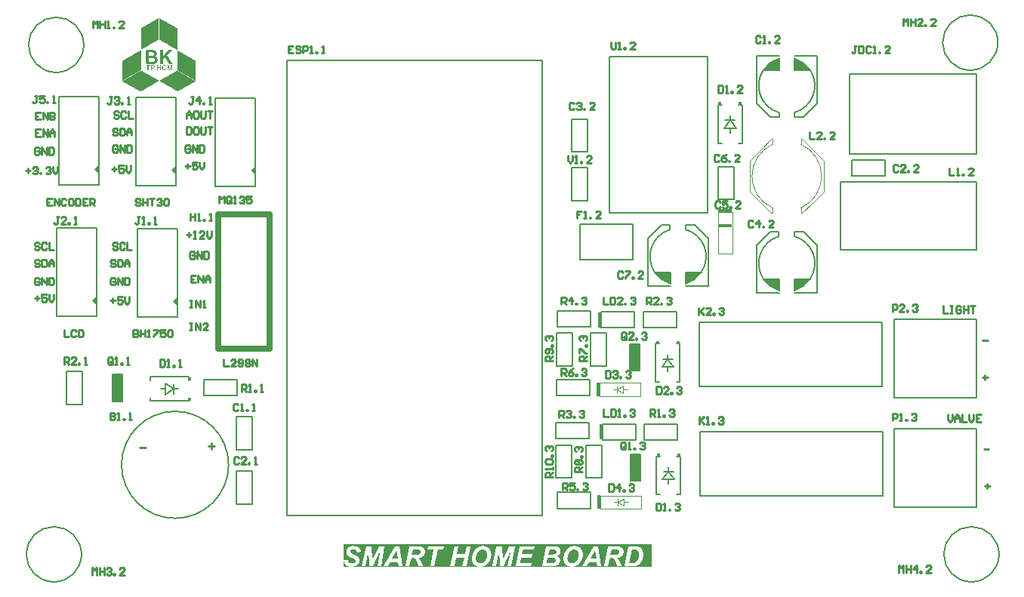
<source format=gto>
G04*
G04 #@! TF.GenerationSoftware,Altium Limited,Altium Designer,23.1.1 (15)*
G04*
G04 Layer_Color=65535*
%FSLAX44Y44*%
%MOMM*%
G71*
G04*
G04 #@! TF.SameCoordinates,30CF7A92-77B0-4B7A-85BE-2C256DE05FD5*
G04*
G04*
G04 #@! TF.FilePolarity,Positive*
G04*
G01*
G75*
%ADD10C,0.2000*%
%ADD11C,0.1000*%
%ADD12C,0.6350*%
%ADD13C,0.1270*%
%ADD14C,0.2500*%
%ADD15R,0.3000X1.5000*%
%ADD16R,0.4050X0.3000*%
%ADD17R,0.4050X0.3000*%
%ADD18R,0.4050X0.3000*%
%ADD19R,0.3750X1.8000*%
%ADD20R,1.6000X0.3000*%
%ADD21R,0.3000X0.4050*%
%ADD22R,0.3000X0.4050*%
G36*
X151602Y636609D02*
X152074D01*
Y636373D01*
X152546D01*
Y636137D01*
X152782D01*
Y635901D01*
X153254D01*
Y635665D01*
X153727D01*
Y635429D01*
X154199D01*
Y635193D01*
X154671D01*
Y634957D01*
X154907D01*
Y634721D01*
X155379D01*
Y634485D01*
X155615D01*
Y634249D01*
X156323D01*
Y634013D01*
X156559D01*
Y633777D01*
X157031D01*
Y633540D01*
X157503D01*
Y633304D01*
X157739D01*
Y633068D01*
X158211D01*
Y632832D01*
X158684D01*
Y632596D01*
X159156D01*
Y632360D01*
X159392D01*
Y632124D01*
X159864D01*
Y631888D01*
X160336D01*
Y631652D01*
X160808D01*
Y631416D01*
X161044D01*
Y631180D01*
X161516D01*
Y630944D01*
X161988D01*
Y630708D01*
X162460D01*
Y630472D01*
X162932D01*
Y630236D01*
X163168D01*
Y630000D01*
X163640D01*
Y629764D01*
X164113D01*
Y629528D01*
X164349D01*
Y629292D01*
X164821D01*
Y629056D01*
X165293D01*
Y628820D01*
X165529D01*
Y628583D01*
X166001D01*
Y628348D01*
X166473D01*
Y628111D01*
X166945D01*
Y627875D01*
X167417D01*
Y627639D01*
X167653D01*
Y627403D01*
X168125D01*
Y627167D01*
X168598D01*
Y626931D01*
X169070D01*
Y626695D01*
X169306D01*
Y626459D01*
X169778D01*
Y626223D01*
X170250D01*
Y625987D01*
X170486D01*
Y625751D01*
X171194D01*
Y601438D01*
X170722D01*
Y601674D01*
X170250D01*
Y601910D01*
X170014D01*
Y602146D01*
X169542D01*
Y602382D01*
X169070D01*
Y602618D01*
X168834D01*
Y602854D01*
X168361D01*
Y603090D01*
X167889D01*
Y603326D01*
X167417D01*
Y603563D01*
X167181D01*
Y603799D01*
X166709D01*
Y604035D01*
X166237D01*
Y604271D01*
X165765D01*
Y604507D01*
X165529D01*
Y604743D01*
X165057D01*
Y604979D01*
X164585D01*
Y605215D01*
X164349D01*
Y605451D01*
X163877D01*
Y605687D01*
X163404D01*
Y605923D01*
X163168D01*
Y606159D01*
X162696D01*
Y606395D01*
X162224D01*
Y606631D01*
X161752D01*
Y606867D01*
X161516D01*
Y607103D01*
X161044D01*
Y607339D01*
X160572D01*
Y607575D01*
X160336D01*
Y607811D01*
X159864D01*
Y608047D01*
X159392D01*
Y608284D01*
X158920D01*
Y608520D01*
X158684D01*
Y608756D01*
X158211D01*
Y608992D01*
X157739D01*
Y609228D01*
X157267D01*
Y609464D01*
X157031D01*
Y609700D01*
X156795D01*
Y609936D01*
X156323D01*
Y610172D01*
X155851D01*
Y610408D01*
X155379D01*
Y610644D01*
X155143D01*
Y610880D01*
X154671D01*
Y611116D01*
X154199D01*
Y611352D01*
X153727D01*
Y611588D01*
X153254D01*
Y611824D01*
X153018D01*
Y612060D01*
X152782D01*
Y612296D01*
X152310D01*
Y612532D01*
X151838D01*
Y612768D01*
X151366D01*
Y613004D01*
X151130D01*
Y613241D01*
X150894D01*
Y621030D01*
X151130D01*
Y636845D01*
X151602D01*
Y636609D01*
D02*
G37*
G36*
X150658Y634721D02*
X150422D01*
Y626695D01*
X150658D01*
Y625751D01*
X150422D01*
Y623863D01*
X150658D01*
Y623391D01*
X150422D01*
Y622210D01*
X150658D01*
Y621030D01*
X150422D01*
Y620558D01*
X150658D01*
Y617017D01*
X150422D01*
Y612768D01*
X149950D01*
Y612532D01*
X149478D01*
Y612296D01*
X149242D01*
Y612060D01*
X148770D01*
Y611824D01*
X148297D01*
Y611588D01*
X147825D01*
Y611352D01*
X147589D01*
Y611116D01*
X147117D01*
Y610880D01*
X146881D01*
Y610644D01*
X146409D01*
Y610408D01*
X145937D01*
Y610172D01*
X145465D01*
Y609936D01*
X145229D01*
Y609700D01*
X144757D01*
Y609464D01*
X144285D01*
Y609228D01*
X143813D01*
Y608992D01*
X143576D01*
Y608756D01*
X143104D01*
Y608520D01*
X142632D01*
Y608284D01*
X142396D01*
Y608047D01*
X141924D01*
Y607811D01*
X141452D01*
Y607575D01*
X140980D01*
Y607339D01*
X140744D01*
Y607103D01*
X140272D01*
Y606867D01*
X139800D01*
Y606631D01*
X139328D01*
Y606395D01*
X139092D01*
Y606159D01*
X138619D01*
Y605923D01*
X138147D01*
Y605687D01*
X137911D01*
Y605451D01*
X137439D01*
Y605215D01*
X136967D01*
Y604979D01*
X136731D01*
Y604743D01*
X136259D01*
Y604507D01*
X135787D01*
Y604271D01*
X135315D01*
Y604035D01*
X135079D01*
Y603799D01*
X134607D01*
Y603563D01*
X134135D01*
Y603326D01*
X133663D01*
Y603090D01*
X133427D01*
Y602854D01*
X132954D01*
Y602618D01*
X132482D01*
Y602382D01*
X132246D01*
Y602146D01*
X131774D01*
Y601910D01*
X131302D01*
Y601674D01*
X131066D01*
Y601438D01*
X130830D01*
Y625751D01*
X131302D01*
Y625987D01*
X131774D01*
Y626223D01*
X132010D01*
Y626459D01*
X132482D01*
Y626695D01*
X132954D01*
Y626931D01*
X133427D01*
Y627167D01*
X133663D01*
Y627403D01*
X134135D01*
Y627639D01*
X134607D01*
Y627875D01*
X134843D01*
Y628111D01*
X135315D01*
Y628348D01*
X135787D01*
Y628583D01*
X136259D01*
Y628820D01*
X136495D01*
Y629056D01*
X136967D01*
Y629292D01*
X137439D01*
Y629528D01*
X137911D01*
Y629764D01*
X138147D01*
Y630000D01*
X138619D01*
Y630236D01*
X139092D01*
Y630472D01*
X139328D01*
Y630708D01*
X139800D01*
Y630944D01*
X140272D01*
Y631180D01*
X140508D01*
Y631416D01*
X140980D01*
Y631652D01*
X141452D01*
Y631888D01*
X141924D01*
Y632124D01*
X142160D01*
Y632360D01*
X142632D01*
Y632596D01*
X143104D01*
Y632832D01*
X143576D01*
Y633068D01*
X143813D01*
Y633304D01*
X144285D01*
Y633540D01*
X144757D01*
Y633777D01*
X144993D01*
Y634013D01*
X145465D01*
Y634249D01*
X145937D01*
Y634485D01*
X146409D01*
Y634721D01*
X146645D01*
Y634957D01*
X147117D01*
Y635193D01*
X147589D01*
Y635429D01*
X148061D01*
Y635665D01*
X148297D01*
Y635901D01*
X148770D01*
Y636137D01*
X149242D01*
Y636373D01*
X149478D01*
Y636609D01*
X149950D01*
Y636845D01*
X150658D01*
Y634721D01*
D02*
G37*
G36*
X165765Y600966D02*
X165529D01*
Y600730D01*
X165293D01*
Y600494D01*
X165057D01*
Y600258D01*
X164821D01*
Y600022D01*
X164585D01*
Y599786D01*
X164349D01*
Y599550D01*
X164113D01*
Y599314D01*
X163877D01*
Y599078D01*
X163640D01*
Y598605D01*
X163168D01*
Y598133D01*
X162932D01*
Y597897D01*
X162696D01*
Y597661D01*
X162460D01*
Y597425D01*
X162224D01*
Y597189D01*
X161988D01*
Y596953D01*
X161752D01*
Y596717D01*
X161516D01*
Y596481D01*
X161280D01*
Y596245D01*
X161044D01*
Y596009D01*
X160808D01*
Y595773D01*
X160572D01*
Y595537D01*
X160336D01*
Y595301D01*
X160100D01*
Y594829D01*
X160336D01*
Y594357D01*
X160572D01*
Y594121D01*
X160808D01*
Y593648D01*
X161044D01*
Y593176D01*
X161280D01*
Y592940D01*
X161516D01*
Y592704D01*
X161752D01*
Y592232D01*
X161988D01*
Y591760D01*
X162224D01*
Y591524D01*
X162460D01*
Y591052D01*
X162696D01*
Y590816D01*
X162932D01*
Y590344D01*
X163168D01*
Y590108D01*
X163404D01*
Y589636D01*
X163640D01*
Y589164D01*
X163877D01*
Y588928D01*
X164113D01*
Y588456D01*
X164349D01*
Y588219D01*
X164585D01*
Y587747D01*
X164821D01*
Y587511D01*
X165057D01*
Y587039D01*
X165293D01*
Y586803D01*
X165529D01*
Y586331D01*
X165765D01*
Y586095D01*
X166001D01*
Y585623D01*
X161988D01*
Y585859D01*
X161752D01*
Y586331D01*
X161516D01*
Y586803D01*
X161280D01*
Y587275D01*
X161044D01*
Y587511D01*
X160808D01*
Y587983D01*
X160572D01*
Y588456D01*
X160336D01*
Y588928D01*
X160100D01*
Y589164D01*
X159864D01*
Y589636D01*
X159628D01*
Y589872D01*
X159392D01*
Y590344D01*
X159156D01*
Y590816D01*
X158920D01*
Y591288D01*
X158684D01*
Y591524D01*
X158448D01*
Y591996D01*
X158211D01*
Y592468D01*
X157975D01*
Y592704D01*
X157503D01*
Y592468D01*
X157267D01*
Y592232D01*
X157031D01*
Y591996D01*
X156795D01*
Y591760D01*
X156559D01*
Y591524D01*
X156323D01*
Y591288D01*
X156087D01*
Y591052D01*
X155851D01*
Y590580D01*
X155615D01*
Y590344D01*
X155379D01*
Y590108D01*
X155143D01*
Y589164D01*
Y588928D01*
Y585623D01*
X152074D01*
Y600966D01*
X152310D01*
Y601202D01*
X155143D01*
Y594829D01*
X155379D01*
Y594593D01*
X155851D01*
Y595065D01*
X156087D01*
Y595301D01*
X156323D01*
Y595537D01*
X156559D01*
Y595773D01*
X156795D01*
Y596009D01*
X157031D01*
Y596245D01*
X157267D01*
Y596481D01*
X157503D01*
Y596717D01*
X157739D01*
Y596953D01*
X157975D01*
Y597189D01*
X158211D01*
Y597425D01*
X158448D01*
Y597897D01*
X158684D01*
Y598133D01*
X158920D01*
Y598369D01*
X159156D01*
Y598605D01*
X159392D01*
Y598842D01*
X159628D01*
Y599078D01*
X159864D01*
Y599314D01*
X160100D01*
Y599550D01*
X160336D01*
Y599786D01*
X160572D01*
Y600022D01*
X160808D01*
Y600258D01*
X161044D01*
Y600730D01*
X161280D01*
Y600966D01*
X161516D01*
Y601202D01*
X165765D01*
Y600966D01*
D02*
G37*
G36*
X144757D02*
X145937D01*
Y600730D01*
X146645D01*
Y600494D01*
X146881D01*
Y600258D01*
X147353D01*
Y600022D01*
X147589D01*
Y599786D01*
X147825D01*
Y599314D01*
X148061D01*
Y599078D01*
X148297D01*
Y598369D01*
X148533D01*
Y596009D01*
X148297D01*
Y595301D01*
X148061D01*
Y595065D01*
X147825D01*
Y594829D01*
X147589D01*
Y594593D01*
X147353D01*
Y594357D01*
X147117D01*
Y594121D01*
X146881D01*
Y593885D01*
X146645D01*
Y593648D01*
X147117D01*
Y593413D01*
X147589D01*
Y593176D01*
X147825D01*
Y592940D01*
X148297D01*
Y592704D01*
X148533D01*
Y592468D01*
X148770D01*
Y591996D01*
X149006D01*
Y591524D01*
X149242D01*
Y590344D01*
X149478D01*
Y589636D01*
X149242D01*
Y588456D01*
X149006D01*
Y587983D01*
X148770D01*
Y587511D01*
X148533D01*
Y587275D01*
X148297D01*
Y586803D01*
X147825D01*
Y586567D01*
X147589D01*
Y586331D01*
X147353D01*
Y586095D01*
X146881D01*
Y585859D01*
X146173D01*
Y585623D01*
X136495D01*
Y585859D01*
X136259D01*
Y586803D01*
X136495D01*
Y587039D01*
X136259D01*
Y600730D01*
X136495D01*
Y601202D01*
X144757D01*
Y600966D01*
D02*
G37*
G36*
X157739Y583971D02*
X158211D01*
Y583735D01*
X158448D01*
Y583498D01*
X158684D01*
Y583262D01*
X158920D01*
Y582790D01*
X158448D01*
Y582554D01*
X157975D01*
Y583026D01*
X157739D01*
Y583262D01*
X157503D01*
Y583498D01*
X156087D01*
Y583262D01*
X155851D01*
Y583026D01*
X155615D01*
Y582790D01*
X155379D01*
Y582554D01*
X155143D01*
Y580430D01*
X155379D01*
Y579958D01*
X155615D01*
Y579722D01*
X155851D01*
Y579486D01*
X156087D01*
Y579250D01*
X157267D01*
Y579486D01*
X157739D01*
Y579722D01*
X157975D01*
Y580430D01*
X158448D01*
Y580194D01*
X158920D01*
Y579722D01*
X158684D01*
Y579250D01*
X158448D01*
Y579014D01*
X158211D01*
Y578778D01*
X157739D01*
Y578541D01*
X155851D01*
Y578778D01*
X155379D01*
Y579014D01*
X155143D01*
Y579250D01*
X154907D01*
Y579486D01*
X154671D01*
Y579722D01*
X154435D01*
Y580430D01*
X154199D01*
Y582082D01*
X154435D01*
Y583026D01*
X154671D01*
Y583498D01*
X155143D01*
Y583735D01*
X155379D01*
Y583971D01*
X155615D01*
Y584207D01*
X157739D01*
Y583971D01*
D02*
G37*
G36*
X152782D02*
X153018D01*
Y578541D01*
X152074D01*
Y580902D01*
X151838D01*
Y581138D01*
X149478D01*
Y578541D01*
X148533D01*
Y584207D01*
X149242D01*
Y583971D01*
X149478D01*
Y582082D01*
X149714D01*
Y581846D01*
X151838D01*
Y582082D01*
X152074D01*
Y584207D01*
X152782D01*
Y583971D01*
D02*
G37*
G36*
X165765Y578541D02*
X164821D01*
Y582554D01*
X164349D01*
Y581610D01*
X164113D01*
Y580430D01*
X163877D01*
Y579722D01*
X163640D01*
Y579014D01*
X163404D01*
Y578541D01*
X162460D01*
Y579486D01*
X162224D01*
Y580430D01*
X161988D01*
Y581374D01*
X161752D01*
Y582318D01*
X161516D01*
Y582790D01*
X161280D01*
Y582554D01*
X161044D01*
Y578541D01*
X160336D01*
Y583735D01*
Y583971D01*
Y584207D01*
X161752D01*
Y583971D01*
X161988D01*
Y583262D01*
X162224D01*
Y582318D01*
X162460D01*
Y581374D01*
X162696D01*
Y580666D01*
X162932D01*
Y580430D01*
X163168D01*
Y580666D01*
X163404D01*
Y581610D01*
X163640D01*
Y582554D01*
X163877D01*
Y583498D01*
X164113D01*
Y584207D01*
X165765D01*
Y578541D01*
D02*
G37*
G36*
X846210Y578840D02*
X828518D01*
X828516Y578836D01*
X828516D01*
X828516D01*
D01*
X828510Y578840D01*
X828518D01*
X830069Y581162D01*
X833947Y585193D01*
X838474Y588478D01*
X843509Y590914D01*
X846202Y591669D01*
X846210Y578840D01*
D02*
G37*
G36*
X863218Y591669D02*
X865911Y590914D01*
X870947Y588477D01*
X875475Y585192D01*
X879353Y581160D01*
X880906Y578833D01*
X863210Y578836D01*
Y591640D01*
X863218Y591669D01*
X863218D01*
X863218Y591669D01*
Y591669D01*
D02*
G37*
G36*
X147117Y578541D02*
X146173D01*
Y579250D01*
X147117D01*
Y578541D01*
D02*
G37*
G36*
X144757Y583971D02*
X145465D01*
Y583735D01*
X145701D01*
Y583498D01*
X145937D01*
Y583262D01*
Y583026D01*
Y581610D01*
X145701D01*
Y581138D01*
X145465D01*
Y580902D01*
X144757D01*
Y580666D01*
X142868D01*
Y578541D01*
X141688D01*
Y583971D01*
X141924D01*
Y584207D01*
X144757D01*
Y583971D01*
D02*
G37*
G36*
X140744Y583498D02*
X139092D01*
Y578541D01*
X138147D01*
Y583262D01*
X137911D01*
Y583498D01*
X136495D01*
Y584207D01*
X140744D01*
Y583498D01*
D02*
G37*
G36*
X130594Y588928D02*
X130830D01*
Y578778D01*
X130594D01*
Y578541D01*
X130122D01*
Y578306D01*
X129650D01*
Y578069D01*
X129178D01*
Y577833D01*
X128706D01*
Y577597D01*
X128469D01*
Y577361D01*
X127997D01*
Y577125D01*
X127525D01*
Y576889D01*
X127053D01*
Y576653D01*
X126581D01*
Y576417D01*
X126345D01*
Y576181D01*
X125873D01*
Y575945D01*
X125401D01*
Y575709D01*
X124929D01*
Y575473D01*
X124693D01*
Y575237D01*
X124221D01*
Y575001D01*
X123985D01*
Y574765D01*
X123512D01*
Y574529D01*
X123040D01*
Y574293D01*
X122568D01*
Y574057D01*
X122332D01*
Y573821D01*
X121860D01*
Y573585D01*
X121388D01*
Y573349D01*
X120916D01*
Y573112D01*
X120680D01*
Y572876D01*
X120208D01*
Y572640D01*
X119736D01*
Y572404D01*
X119264D01*
Y572168D01*
X119028D01*
Y571932D01*
X118555D01*
Y571696D01*
X118083D01*
Y571460D01*
X117611D01*
Y571224D01*
X117375D01*
Y570988D01*
X116903D01*
Y570752D01*
X116431D01*
Y570516D01*
X116195D01*
Y570280D01*
X115723D01*
Y570044D01*
X115251D01*
Y569808D01*
X114779D01*
Y569572D01*
X114543D01*
Y569336D01*
X114071D01*
Y569100D01*
X113598D01*
Y568864D01*
X113126D01*
Y568628D01*
X112890D01*
Y568391D01*
X112418D01*
Y568156D01*
X111946D01*
Y567919D01*
X111710D01*
Y567683D01*
X111238D01*
Y567447D01*
X110766D01*
Y567211D01*
X110294D01*
Y566975D01*
X110058D01*
Y588692D01*
X110294D01*
Y589400D01*
X110766D01*
Y589636D01*
X111238D01*
Y589872D01*
X111474D01*
Y590108D01*
X111946D01*
Y590344D01*
X112418D01*
Y590580D01*
X112890D01*
Y590816D01*
X113126D01*
Y591052D01*
X113598D01*
Y591288D01*
X114071D01*
Y591524D01*
X114307D01*
Y591760D01*
X114779D01*
Y591996D01*
X115251D01*
Y592232D01*
X115487D01*
Y592468D01*
X115959D01*
Y592704D01*
X116431D01*
Y592940D01*
X116903D01*
Y593176D01*
X117139D01*
Y593413D01*
X117611D01*
Y593648D01*
X118083D01*
Y593885D01*
X118319D01*
Y594121D01*
X118792D01*
Y594357D01*
X119264D01*
Y594593D01*
X119736D01*
Y594829D01*
X119972D01*
Y595065D01*
X120444D01*
Y595301D01*
X120916D01*
Y595537D01*
X121388D01*
Y595773D01*
X121624D01*
Y596009D01*
X122096D01*
Y596245D01*
X122568D01*
Y596481D01*
X122804D01*
Y596717D01*
X123277D01*
Y596953D01*
X123749D01*
Y597189D01*
X123985D01*
Y597425D01*
X124457D01*
Y597661D01*
X124929D01*
Y597897D01*
X125401D01*
Y598133D01*
X125637D01*
Y598369D01*
X126109D01*
Y598605D01*
X126581D01*
Y598842D01*
X127053D01*
Y599078D01*
X127289D01*
Y599314D01*
X127761D01*
Y599550D01*
X128233D01*
Y599786D01*
X128469D01*
Y600022D01*
X128942D01*
Y600258D01*
X129414D01*
Y600494D01*
X129650D01*
Y600730D01*
X130122D01*
Y600966D01*
X130594D01*
Y588928D01*
D02*
G37*
G36*
X171902Y600494D02*
X172374D01*
Y600258D01*
X172846D01*
Y600022D01*
X173082D01*
Y599786D01*
X173554D01*
Y599550D01*
X174027D01*
Y599314D01*
X174499D01*
Y599078D01*
X174735D01*
Y598842D01*
X175207D01*
Y598605D01*
X175679D01*
Y598369D01*
X176151D01*
Y598133D01*
X176387D01*
Y597897D01*
X176859D01*
Y597661D01*
X177331D01*
Y597425D01*
X177567D01*
Y597189D01*
X178039D01*
Y596953D01*
X178512D01*
Y596717D01*
X178748D01*
Y596481D01*
X179220D01*
Y596245D01*
X179692D01*
Y596009D01*
X180164D01*
Y595773D01*
X180400D01*
Y595537D01*
X180872D01*
Y595301D01*
X181344D01*
Y595065D01*
X181816D01*
Y594829D01*
X182052D01*
Y594593D01*
X182524D01*
Y594357D01*
X182996D01*
Y594121D01*
X183232D01*
Y593885D01*
X183704D01*
Y593648D01*
X184177D01*
Y593413D01*
X184649D01*
Y593176D01*
X184885D01*
Y592940D01*
X185357D01*
Y592704D01*
X185829D01*
Y592468D01*
X186301D01*
Y592232D01*
X186537D01*
Y591996D01*
X187009D01*
Y591760D01*
X187481D01*
Y591524D01*
X187717D01*
Y591288D01*
X188189D01*
Y591052D01*
X188661D01*
Y590816D01*
X188897D01*
Y590580D01*
X189370D01*
Y590344D01*
X189842D01*
Y590108D01*
X190314D01*
Y589872D01*
X190550D01*
Y589636D01*
X191022D01*
Y589400D01*
X191494D01*
Y589164D01*
X191730D01*
Y569808D01*
X191966D01*
Y566975D01*
X191730D01*
Y566739D01*
X191494D01*
Y566975D01*
X191258D01*
Y567211D01*
X190786D01*
Y567447D01*
X190314D01*
Y567683D01*
X190078D01*
Y567919D01*
X189606D01*
Y568156D01*
X189134D01*
Y568391D01*
X188661D01*
Y568628D01*
X188426D01*
Y568864D01*
X187953D01*
Y569100D01*
X187481D01*
Y569336D01*
X187009D01*
Y569572D01*
X186773D01*
Y569808D01*
X186301D01*
Y570044D01*
X185829D01*
Y570280D01*
X185357D01*
Y570516D01*
X184885D01*
Y570752D01*
X184649D01*
Y570988D01*
X184177D01*
Y571224D01*
X183941D01*
Y571460D01*
X183468D01*
Y571696D01*
X182996D01*
Y571932D01*
X182524D01*
Y572168D01*
X182288D01*
Y572404D01*
X181816D01*
Y572640D01*
X181344D01*
Y572876D01*
X180872D01*
Y573112D01*
X180636D01*
Y573349D01*
X180164D01*
Y573585D01*
X179692D01*
Y573821D01*
X179220D01*
Y574057D01*
X178748D01*
Y574293D01*
X178275D01*
Y574529D01*
X178039D01*
Y574765D01*
X177803D01*
Y575001D01*
X177331D01*
Y575237D01*
X176859D01*
Y575473D01*
X176387D01*
Y575709D01*
X176151D01*
Y575945D01*
X175679D01*
Y576181D01*
X175207D01*
Y576417D01*
X174735D01*
Y576653D01*
X174263D01*
Y576889D01*
X174027D01*
Y577125D01*
X173554D01*
Y577361D01*
X173082D01*
Y577597D01*
X172610D01*
Y577833D01*
X172374D01*
Y578069D01*
X171902D01*
Y578306D01*
X171430D01*
Y578541D01*
X171194D01*
Y600730D01*
X171902D01*
Y600494D01*
D02*
G37*
G36*
X171430Y577833D02*
X171666D01*
Y577597D01*
X172138D01*
Y577361D01*
X172610D01*
Y577125D01*
X173082D01*
Y576889D01*
X173318D01*
Y576653D01*
X173790D01*
Y576417D01*
X174263D01*
Y576181D01*
X174735D01*
Y575945D01*
X174971D01*
Y575709D01*
X175443D01*
Y575473D01*
X175915D01*
Y575237D01*
X176387D01*
Y575001D01*
X176859D01*
Y574765D01*
X177331D01*
Y574529D01*
X177567D01*
Y574293D01*
X178039D01*
Y574057D01*
X178512D01*
Y573821D01*
X178748D01*
Y573585D01*
X179220D01*
Y573349D01*
X179456D01*
Y573112D01*
X179928D01*
Y572876D01*
X180400D01*
Y572640D01*
X180872D01*
Y572404D01*
X181344D01*
Y572168D01*
X181580D01*
Y571932D01*
X182052D01*
Y571696D01*
X182524D01*
Y571460D01*
X182996D01*
Y571224D01*
X183232D01*
Y570988D01*
X183704D01*
Y570752D01*
X184177D01*
Y570516D01*
X184413D01*
Y570280D01*
X184885D01*
Y570044D01*
X185357D01*
Y569808D01*
X185593D01*
Y569572D01*
X186065D01*
Y569336D01*
X186537D01*
Y569100D01*
X187009D01*
Y568864D01*
X187481D01*
Y568628D01*
X187717D01*
Y568391D01*
X188189D01*
Y568156D01*
X188661D01*
Y567919D01*
X189134D01*
Y567683D01*
X189370D01*
Y567447D01*
X189842D01*
Y567211D01*
X190314D01*
Y566975D01*
X190786D01*
Y566739D01*
X191258D01*
Y566503D01*
X191494D01*
Y566267D01*
X191730D01*
Y566031D01*
X191494D01*
Y565795D01*
X191258D01*
Y565559D01*
X190786D01*
Y565323D01*
X190314D01*
Y565087D01*
X189842D01*
Y564851D01*
X189370D01*
Y564615D01*
X189134D01*
Y564379D01*
X188661D01*
Y564143D01*
X188189D01*
Y563907D01*
X187717D01*
Y563671D01*
X187481D01*
Y563434D01*
X187009D01*
Y563199D01*
X186537D01*
Y562962D01*
X186065D01*
Y562726D01*
X185593D01*
Y562490D01*
X185357D01*
Y562254D01*
X184885D01*
Y562018D01*
X184413D01*
Y561782D01*
X183941D01*
Y561546D01*
X183468D01*
Y561310D01*
X183232D01*
Y561074D01*
X182996D01*
Y560838D01*
X182288D01*
Y560602D01*
X181816D01*
Y560366D01*
X181580D01*
Y560130D01*
X181108D01*
Y559894D01*
X180636D01*
Y559658D01*
X180400D01*
Y559422D01*
X179928D01*
Y559186D01*
X179456D01*
Y558950D01*
X178984D01*
Y558714D01*
X178748D01*
Y558478D01*
X178275D01*
Y558242D01*
X177803D01*
Y558005D01*
X177331D01*
Y557769D01*
X176859D01*
Y557533D01*
X176623D01*
Y557297D01*
X176151D01*
Y557061D01*
X175679D01*
Y556825D01*
X175207D01*
Y556589D01*
X174971D01*
Y556353D01*
X174499D01*
Y556117D01*
X174027D01*
Y555881D01*
X173554D01*
Y555645D01*
X173082D01*
Y555409D01*
X172846D01*
Y555173D01*
X172374D01*
Y554937D01*
X171194D01*
Y555173D01*
X170958D01*
Y555409D01*
X170486D01*
Y555645D01*
X170250D01*
Y555881D01*
X169778D01*
Y556117D01*
X169306D01*
Y556353D01*
X168834D01*
Y556589D01*
X168598D01*
Y556825D01*
X168125D01*
Y557061D01*
X167653D01*
Y557297D01*
X167181D01*
Y557533D01*
X166945D01*
Y557769D01*
X166473D01*
Y558005D01*
X166001D01*
Y558242D01*
X165529D01*
Y558478D01*
X165293D01*
Y558714D01*
X164821D01*
Y558950D01*
X164349D01*
Y559186D01*
X164113D01*
Y559422D01*
X163640D01*
Y559658D01*
X163168D01*
Y559894D01*
X162696D01*
Y560130D01*
X162460D01*
Y560366D01*
X161988D01*
Y560602D01*
X161516D01*
Y560838D01*
X161044D01*
Y561074D01*
X160808D01*
Y561310D01*
X160336D01*
Y561546D01*
X159864D01*
Y561782D01*
X159392D01*
Y562018D01*
X159156D01*
Y562254D01*
X158684D01*
Y562490D01*
X158211D01*
Y562726D01*
X157975D01*
Y562962D01*
X157503D01*
Y563199D01*
X157031D01*
Y563434D01*
X156559D01*
Y563671D01*
X156323D01*
Y563907D01*
X155851D01*
Y564143D01*
X155379D01*
Y564379D01*
X154907D01*
Y564615D01*
X154671D01*
Y564851D01*
X154199D01*
Y565087D01*
X153727D01*
Y565323D01*
X153254D01*
Y565559D01*
X153018D01*
Y565795D01*
X152546D01*
Y566031D01*
X152310D01*
Y566267D01*
X151838D01*
Y566503D01*
X151366D01*
Y566739D01*
X151602D01*
Y566975D01*
X152074D01*
Y567211D01*
X152546D01*
Y567447D01*
X152782D01*
Y567683D01*
X153254D01*
Y567919D01*
X153727D01*
Y568156D01*
X154199D01*
Y568391D01*
X154435D01*
Y568628D01*
X154907D01*
Y568864D01*
X155379D01*
Y569100D01*
X155615D01*
Y569336D01*
X156087D01*
Y569572D01*
X156559D01*
Y569808D01*
X157031D01*
Y570044D01*
X157267D01*
Y570280D01*
X157739D01*
Y570516D01*
X158211D01*
Y570752D01*
X158684D01*
Y570988D01*
X158920D01*
Y571224D01*
X159392D01*
Y571460D01*
X159864D01*
Y571696D01*
X160336D01*
Y571932D01*
X160572D01*
Y572168D01*
X161044D01*
Y572404D01*
X161516D01*
Y572640D01*
X161752D01*
Y572876D01*
X162224D01*
Y573112D01*
X162696D01*
Y573349D01*
X163168D01*
Y573585D01*
X163640D01*
Y573821D01*
X163877D01*
Y574057D01*
X164349D01*
Y574293D01*
X164821D01*
Y574529D01*
X165293D01*
Y574765D01*
X165529D01*
Y575001D01*
X166001D01*
Y575237D01*
X166473D01*
Y575473D01*
X166945D01*
Y575709D01*
X167417D01*
Y575945D01*
X167653D01*
Y576181D01*
X168125D01*
Y576417D01*
X168598D01*
Y576653D01*
X169070D01*
Y576889D01*
X169306D01*
Y577125D01*
X169778D01*
Y577361D01*
X170250D01*
Y577597D01*
X170722D01*
Y577833D01*
X170958D01*
Y578069D01*
X171430D01*
Y577833D01*
D02*
G37*
G36*
X131066Y578069D02*
X131302D01*
Y577833D01*
X131774D01*
Y577597D01*
X132246D01*
Y577361D01*
X132718D01*
Y577125D01*
X132954D01*
Y576889D01*
X133427D01*
Y576653D01*
X133899D01*
Y576417D01*
X134135D01*
Y576181D01*
X134607D01*
Y575945D01*
X135079D01*
Y575709D01*
X135551D01*
Y575473D01*
X135787D01*
Y575237D01*
X136259D01*
Y575001D01*
X136731D01*
Y574765D01*
X137203D01*
Y574529D01*
X137439D01*
Y574293D01*
X137911D01*
Y574057D01*
X138384D01*
Y573821D01*
X138856D01*
Y573585D01*
X139092D01*
Y573349D01*
X139564D01*
Y573112D01*
X140036D01*
Y572876D01*
X140508D01*
Y572640D01*
X140980D01*
Y572404D01*
X141216D01*
Y572168D01*
X141688D01*
Y571932D01*
X142160D01*
Y571696D01*
X142632D01*
Y571460D01*
X142868D01*
Y571224D01*
X143341D01*
Y570988D01*
X143813D01*
Y570752D01*
X144285D01*
Y570516D01*
X144521D01*
Y570280D01*
X144993D01*
Y570044D01*
X145465D01*
Y569808D01*
X145937D01*
Y569572D01*
X146173D01*
Y569336D01*
X146645D01*
Y569100D01*
X147117D01*
Y568864D01*
X147589D01*
Y568628D01*
X147825D01*
Y568391D01*
X148297D01*
Y568156D01*
X148770D01*
Y567919D01*
X149242D01*
Y567683D01*
X149478D01*
Y567447D01*
X149950D01*
Y567211D01*
X150422D01*
Y566975D01*
X150658D01*
Y566739D01*
X150894D01*
Y566503D01*
X150422D01*
Y566267D01*
X150186D01*
Y566031D01*
X149950D01*
Y565795D01*
X149478D01*
Y565559D01*
X149006D01*
Y565323D01*
X148533D01*
Y565087D01*
X148061D01*
Y564851D01*
X147825D01*
Y564615D01*
X147353D01*
Y564379D01*
X146881D01*
Y564143D01*
X146409D01*
Y563907D01*
X146173D01*
Y563671D01*
X145701D01*
Y563434D01*
X145229D01*
Y563199D01*
X144993D01*
Y562962D01*
X144521D01*
Y562726D01*
X144049D01*
Y562490D01*
X143576D01*
Y562254D01*
X143341D01*
Y562018D01*
X142868D01*
Y561782D01*
X142396D01*
Y561546D01*
X141924D01*
Y561310D01*
X141688D01*
Y561074D01*
X141216D01*
Y560838D01*
X140744D01*
Y560602D01*
X140272D01*
Y560366D01*
X140036D01*
Y560130D01*
X139564D01*
Y559894D01*
X139092D01*
Y559658D01*
X138856D01*
Y559422D01*
X138384D01*
Y559186D01*
X137911D01*
Y558950D01*
X137439D01*
Y558714D01*
X137203D01*
Y558478D01*
X136731D01*
Y558242D01*
X136259D01*
Y558005D01*
X135787D01*
Y557769D01*
X135551D01*
Y557533D01*
X135079D01*
Y557297D01*
X134607D01*
Y557061D01*
X134135D01*
Y556825D01*
X133899D01*
Y556589D01*
X133427D01*
Y556353D01*
X133190D01*
Y556117D01*
X132718D01*
Y555881D01*
X132246D01*
Y555645D01*
X131774D01*
Y555409D01*
X131302D01*
Y555173D01*
X131066D01*
Y554937D01*
X130594D01*
Y554701D01*
X129650D01*
Y554937D01*
X129178D01*
Y555173D01*
X128942D01*
Y555409D01*
X128469D01*
Y555645D01*
X127997D01*
Y555881D01*
X127761D01*
Y556117D01*
X127289D01*
Y556353D01*
X126817D01*
Y556589D01*
X126345D01*
Y556825D01*
X126109D01*
Y557061D01*
X125637D01*
Y557297D01*
X125165D01*
Y557533D01*
X124693D01*
Y557769D01*
X124221D01*
Y558005D01*
X123985D01*
Y558242D01*
X123512D01*
Y558478D01*
X123040D01*
Y558714D01*
X122568D01*
Y558950D01*
X122096D01*
Y559186D01*
X121860D01*
Y559422D01*
X121388D01*
Y559658D01*
X120916D01*
Y559894D01*
X120444D01*
Y560130D01*
X120208D01*
Y560366D01*
X119736D01*
Y560602D01*
X119264D01*
Y560838D01*
X118792D01*
Y561074D01*
X118555D01*
Y561310D01*
X118083D01*
Y561546D01*
X117611D01*
Y561782D01*
X117139D01*
Y562018D01*
X116903D01*
Y562254D01*
X116431D01*
Y562490D01*
X115959D01*
Y562726D01*
X115487D01*
Y562962D01*
X115015D01*
Y563199D01*
X114543D01*
Y563434D01*
X114307D01*
Y563671D01*
X113835D01*
Y563907D01*
X113598D01*
Y564143D01*
X113126D01*
Y564379D01*
X112654D01*
Y564615D01*
X112182D01*
Y564851D01*
X111710D01*
Y565087D01*
X111474D01*
Y565323D01*
X111002D01*
Y565559D01*
X110530D01*
Y565795D01*
X110058D01*
Y566503D01*
X110530D01*
Y566739D01*
X111002D01*
Y566975D01*
X111474D01*
Y567211D01*
X111710D01*
Y567447D01*
X112182D01*
Y567683D01*
X112654D01*
Y567919D01*
X113126D01*
Y568156D01*
X113598D01*
Y568391D01*
X113835D01*
Y568628D01*
X114307D01*
Y568864D01*
X114543D01*
Y569100D01*
X115015D01*
Y569336D01*
X115487D01*
Y569572D01*
X115959D01*
Y569808D01*
X116431D01*
Y570044D01*
X116667D01*
Y570280D01*
X117139D01*
Y570516D01*
X117611D01*
Y570752D01*
X118083D01*
Y570988D01*
X118319D01*
Y571224D01*
X118792D01*
Y571460D01*
X119264D01*
Y571696D01*
X119736D01*
Y571932D01*
X119972D01*
Y572168D01*
X120444D01*
Y572404D01*
X120916D01*
Y572640D01*
X121152D01*
Y572876D01*
X121624D01*
Y573112D01*
X122096D01*
Y573349D01*
X122568D01*
Y573585D01*
X122804D01*
Y573821D01*
X123277D01*
Y574057D01*
X123749D01*
Y574293D01*
X124221D01*
Y574529D01*
X124457D01*
Y574765D01*
X124929D01*
Y575001D01*
X125401D01*
Y575237D01*
X125873D01*
Y575473D01*
X126109D01*
Y575709D01*
X126581D01*
Y575945D01*
X127053D01*
Y576181D01*
X127525D01*
Y576417D01*
X127761D01*
Y576653D01*
X128233D01*
Y576889D01*
X128706D01*
Y577125D01*
X128942D01*
Y577361D01*
X129414D01*
Y577597D01*
X129886D01*
Y577833D01*
X130358D01*
Y578069D01*
X130594D01*
Y578306D01*
X131066D01*
Y578069D01*
D02*
G37*
G36*
X83780Y462960D02*
X78780Y467960D01*
X83780Y472960D01*
Y462960D01*
D02*
G37*
G36*
X170140Y462010D02*
X165140Y467010D01*
X170140Y472010D01*
Y462010D01*
D02*
G37*
G36*
X259040Y461370D02*
X254040Y466370D01*
X259040Y471370D01*
Y461370D01*
D02*
G37*
G36*
X758990Y352070D02*
X758982D01*
X758984Y352074D01*
Y352074D01*
X758990Y352070D01*
D02*
G37*
G36*
X880910Y344450D02*
X880902D01*
X880904Y344454D01*
Y344454D01*
X880910Y344450D01*
D02*
G37*
G36*
X757431Y349748D02*
X753553Y345717D01*
X749026Y342432D01*
X743991Y339996D01*
X741298Y339241D01*
X741290Y352070D01*
X758982D01*
X757431Y349748D01*
D02*
G37*
G36*
X724290Y352074D02*
Y339270D01*
X724282Y339241D01*
X721589Y339996D01*
X716553Y342433D01*
X712025Y345718D01*
X708147Y349750D01*
X706594Y352077D01*
X724290Y352074D01*
D02*
G37*
G36*
X879351Y342128D02*
X875473Y338097D01*
X870946Y334812D01*
X865911Y332376D01*
X863218Y331621D01*
X863210Y344450D01*
X880902D01*
X879351Y342128D01*
D02*
G37*
G36*
X846210Y344454D02*
Y331650D01*
X846202Y331621D01*
X843509Y332376D01*
X838473Y334813D01*
X833945Y338098D01*
X830067Y342130D01*
X828514Y344457D01*
X846210Y344454D01*
D02*
G37*
G36*
X81240Y315640D02*
X76240Y320640D01*
X81240Y325640D01*
Y315640D01*
D02*
G37*
G36*
X171410Y314690D02*
X166410Y319690D01*
X171410Y324690D01*
Y314690D01*
D02*
G37*
G36*
X690030Y241540D02*
X679030D01*
Y271540D01*
X690030D01*
Y241540D01*
D02*
G37*
G36*
X109640Y207250D02*
X98640D01*
Y237250D01*
X109640D01*
Y207250D01*
D02*
G37*
G36*
X690740Y117720D02*
X679740D01*
Y147720D01*
X690740D01*
Y117720D01*
D02*
G37*
G36*
X617220Y40924D02*
X617933Y40762D01*
X618548Y40503D01*
X619098Y40244D01*
X619519Y39952D01*
X619811Y39693D01*
X620005Y39531D01*
X620070Y39499D01*
Y39467D01*
X620329Y39175D01*
X620556Y38851D01*
X620880Y38171D01*
X621139Y37491D01*
X621333Y36811D01*
X621430Y36196D01*
X621462Y35937D01*
Y35742D01*
X621495Y35548D01*
Y35418D01*
Y35321D01*
Y35289D01*
X621462Y34415D01*
X621333Y33540D01*
X621139Y32698D01*
X620944Y31953D01*
X620815Y31629D01*
X620718Y31338D01*
X620620Y31046D01*
X620556Y30820D01*
X620458Y30658D01*
X620426Y30528D01*
X620361Y30431D01*
Y30399D01*
X619908Y29524D01*
X619455Y28779D01*
X618969Y28132D01*
X618515Y27614D01*
X618127Y27193D01*
X617803Y26901D01*
X617673Y26804D01*
X617576Y26739D01*
X617544Y26674D01*
X617511D01*
X616864Y26253D01*
X616216Y25962D01*
X615633Y25735D01*
X615083Y25606D01*
X614629Y25509D01*
X614273Y25476D01*
X614143Y25444D01*
X613949D01*
X613528Y25476D01*
X613139Y25509D01*
X612395Y25703D01*
X611779Y25930D01*
X611229Y26221D01*
X610808Y26512D01*
X610516Y26772D01*
X610322Y26934D01*
X610290Y26966D01*
X610257Y26998D01*
X609998Y27290D01*
X609804Y27614D01*
X609448Y28261D01*
X609221Y28909D01*
X609027Y29524D01*
X608929Y30075D01*
X608897Y30302D01*
Y30496D01*
X608865Y30658D01*
Y30787D01*
Y30852D01*
Y30884D01*
X608897Y31597D01*
X608962Y32277D01*
X609059Y32925D01*
X609188Y33540D01*
X609350Y34155D01*
X609545Y34738D01*
X609707Y35257D01*
X609933Y35775D01*
X610128Y36196D01*
X610290Y36617D01*
X610484Y36973D01*
X610646Y37264D01*
X610775Y37491D01*
X610872Y37685D01*
X610937Y37782D01*
X610970Y37815D01*
X611391Y38365D01*
X611812Y38851D01*
X612265Y39272D01*
X612719Y39661D01*
X613172Y39952D01*
X613625Y40211D01*
X614079Y40438D01*
X614500Y40600D01*
X614888Y40729D01*
X615277Y40827D01*
X615601Y40891D01*
X615892Y40956D01*
X616119D01*
X616281Y40989D01*
X616831D01*
X617220Y40924D01*
D02*
G37*
G36*
X514560D02*
X515272Y40762D01*
X515887Y40503D01*
X516438Y40244D01*
X516859Y39952D01*
X517150Y39693D01*
X517345Y39531D01*
X517409Y39499D01*
Y39467D01*
X517668Y39175D01*
X517895Y38851D01*
X518219Y38171D01*
X518478Y37491D01*
X518672Y36811D01*
X518770Y36196D01*
X518802Y35937D01*
Y35742D01*
X518834Y35548D01*
Y35418D01*
Y35321D01*
Y35289D01*
X518802Y34415D01*
X518672Y33540D01*
X518478Y32698D01*
X518284Y31953D01*
X518154Y31629D01*
X518057Y31338D01*
X517960Y31046D01*
X517895Y30820D01*
X517798Y30658D01*
X517766Y30528D01*
X517701Y30431D01*
Y30399D01*
X517248Y29524D01*
X516794Y28779D01*
X516308Y28132D01*
X515855Y27614D01*
X515466Y27193D01*
X515143Y26901D01*
X515013Y26804D01*
X514916Y26739D01*
X514883Y26674D01*
X514851D01*
X514203Y26253D01*
X513556Y25962D01*
X512973Y25735D01*
X512422Y25606D01*
X511969Y25509D01*
X511613Y25476D01*
X511483Y25444D01*
X511289D01*
X510868Y25476D01*
X510479Y25509D01*
X509734Y25703D01*
X509119Y25930D01*
X508568Y26221D01*
X508147Y26512D01*
X507856Y26772D01*
X507662Y26934D01*
X507629Y26966D01*
X507597Y26998D01*
X507338Y27290D01*
X507143Y27614D01*
X506787Y28261D01*
X506561Y28909D01*
X506366Y29524D01*
X506269Y30075D01*
X506237Y30302D01*
Y30496D01*
X506204Y30658D01*
Y30787D01*
Y30852D01*
Y30884D01*
X506237Y31597D01*
X506301Y32277D01*
X506399Y32925D01*
X506528Y33540D01*
X506690Y34155D01*
X506884Y34738D01*
X507046Y35257D01*
X507273Y35775D01*
X507467Y36196D01*
X507629Y36617D01*
X507823Y36973D01*
X507985Y37264D01*
X508115Y37491D01*
X508212Y37685D01*
X508277Y37782D01*
X508309Y37815D01*
X508730Y38365D01*
X509151Y38851D01*
X509605Y39272D01*
X510058Y39661D01*
X510511Y39952D01*
X510965Y40211D01*
X511418Y40438D01*
X511839Y40600D01*
X512228Y40729D01*
X512616Y40827D01*
X512940Y40891D01*
X513232Y40956D01*
X513459D01*
X513620Y40989D01*
X514171D01*
X514560Y40924D01*
D02*
G37*
G36*
X703580Y21590D02*
X613431D01*
X614111Y21622D01*
X614726Y21655D01*
X615957Y21881D01*
X616507Y22011D01*
X617058Y22141D01*
X617544Y22302D01*
X617997Y22497D01*
X618418Y22659D01*
X618774Y22821D01*
X619098Y22950D01*
X619390Y23080D01*
X619584Y23209D01*
X619746Y23306D01*
X619843Y23339D01*
X619876Y23371D01*
X620394Y23727D01*
X620912Y24116D01*
X621786Y24926D01*
X622207Y25347D01*
X622564Y25768D01*
X622920Y26189D01*
X623211Y26610D01*
X623503Y26998D01*
X623729Y27355D01*
X623924Y27646D01*
X624118Y27938D01*
X624248Y28164D01*
X624345Y28326D01*
X624377Y28456D01*
X624409Y28488D01*
X624701Y29103D01*
X624960Y29751D01*
X625187Y30366D01*
X625381Y30982D01*
X625575Y31737D01*
X625672Y32115D01*
X625802Y32666D01*
X625899Y33184D01*
X625964Y33637D01*
X625996Y34058D01*
X626029Y34447D01*
X626061Y34738D01*
X626093Y34997D01*
Y35192D01*
Y35321D01*
Y35354D01*
X626061Y36131D01*
X625996Y36876D01*
X625867Y37588D01*
X625705Y38236D01*
X625575Y38646D01*
X625511Y38851D01*
X625284Y39434D01*
X625057Y39952D01*
X624831Y40406D01*
X624571Y40827D01*
X624345Y41215D01*
X624118Y41507D01*
X623924Y41766D01*
X623762Y41993D01*
X623632Y42122D01*
X623568Y42219D01*
X623535Y42252D01*
X623049Y42705D01*
X622499Y43094D01*
X621981Y43450D01*
X621398Y43741D01*
X620847Y44000D01*
X620297Y44227D01*
X619746Y44389D01*
X619196Y44519D01*
X618710Y44616D01*
X618256Y44713D01*
X617835Y44778D01*
X617479Y44810D01*
X617188Y44842D01*
X616799D01*
X615666Y44778D01*
X614629Y44648D01*
X613690Y44421D01*
X613269Y44324D01*
X612880Y44195D01*
X612524Y44065D01*
X612200Y43968D01*
X611909Y43839D01*
X611682Y43741D01*
X611520Y43677D01*
X611358Y43612D01*
X611293Y43547D01*
X611261D01*
X610387Y43029D01*
X609609Y42478D01*
X608929Y41895D01*
X608346Y41345D01*
X607893Y40859D01*
X607699Y40665D01*
X607537Y40470D01*
X607407Y40308D01*
X607310Y40211D01*
X607278Y40147D01*
X607245Y40114D01*
X606695Y39272D01*
X606209Y38398D01*
X605788Y37556D01*
X605464Y36746D01*
X605335Y36390D01*
X605205Y36034D01*
X605108Y35742D01*
X605043Y35483D01*
X604978Y35289D01*
X604914Y35127D01*
X604881Y35030D01*
Y34997D01*
X604687Y34188D01*
X604557Y33410D01*
X604428Y32698D01*
X604363Y32050D01*
X604331Y31532D01*
Y31305D01*
X604298Y31144D01*
Y30787D01*
X604331Y29978D01*
X604428Y29233D01*
X604590Y28520D01*
X604752Y27873D01*
X604881Y27322D01*
X604978Y27095D01*
X605043Y26901D01*
X605108Y26739D01*
X605140Y26642D01*
X605173Y26577D01*
Y26545D01*
X605561Y25800D01*
X606015Y25120D01*
X606501Y24505D01*
X606986Y23986D01*
X607440Y23565D01*
X607796Y23274D01*
X607958Y23177D01*
X608055Y23080D01*
X608120Y23047D01*
X608152Y23015D01*
X608573Y22756D01*
X608994Y22562D01*
X609869Y22205D01*
X610775Y21946D01*
X611585Y21784D01*
X611974Y21720D01*
X612330Y21655D01*
X612654Y21622D01*
X612913D01*
X613139Y21590D01*
X510770D01*
X511451Y21622D01*
X512066Y21655D01*
X513297Y21881D01*
X513847Y22011D01*
X514398Y22141D01*
X514883Y22302D01*
X515337Y22497D01*
X515758Y22659D01*
X516114Y22821D01*
X516438Y22950D01*
X516729Y23080D01*
X516924Y23209D01*
X517086Y23306D01*
X517183Y23339D01*
X517215Y23371D01*
X517733Y23727D01*
X518251Y24116D01*
X519126Y24926D01*
X519547Y25347D01*
X519903Y25768D01*
X520259Y26189D01*
X520551Y26610D01*
X520842Y26998D01*
X521069Y27355D01*
X521263Y27646D01*
X521458Y27938D01*
X521587Y28164D01*
X521684Y28326D01*
X521717Y28456D01*
X521749Y28488D01*
X522040Y29103D01*
X522300Y29751D01*
X522526Y30366D01*
X522721Y30982D01*
X523012Y32115D01*
X523142Y32666D01*
X523239Y33184D01*
X523303Y33637D01*
X523336Y34058D01*
X523368Y34447D01*
X523401Y34738D01*
X523433Y34997D01*
Y35354D01*
X523401Y36131D01*
X523336Y36876D01*
X523206Y37588D01*
X523044Y38236D01*
X522850Y38851D01*
X522623Y39434D01*
X522397Y39952D01*
X522170Y40406D01*
X521911Y40827D01*
X521684Y41215D01*
X521458Y41507D01*
X521263Y41766D01*
X521101Y41993D01*
X520972Y42122D01*
X520907Y42219D01*
X520875Y42252D01*
X520389Y42705D01*
X519838Y43094D01*
X519320Y43450D01*
X518737Y43741D01*
X518187Y44000D01*
X517636Y44227D01*
X517086Y44389D01*
X516535Y44519D01*
X516049Y44616D01*
X515596Y44713D01*
X515175Y44778D01*
X514819Y44810D01*
X514527Y44842D01*
X514138D01*
X513005Y44778D01*
X511969Y44648D01*
X511030Y44421D01*
X510609Y44324D01*
X510220Y44195D01*
X509864Y44065D01*
X509540Y43968D01*
X509248Y43839D01*
X509022Y43741D01*
X508860Y43677D01*
X508698Y43612D01*
X508633Y43547D01*
X508601D01*
X507726Y43029D01*
X506949Y42478D01*
X506269Y41895D01*
X505686Y41345D01*
X505233Y40859D01*
X505038Y40665D01*
X504876Y40470D01*
X504747Y40308D01*
X504650Y40211D01*
X504617Y40147D01*
X504585Y40114D01*
X504034Y39272D01*
X503549Y38398D01*
X503128Y37556D01*
X502804Y36746D01*
X502674Y36390D01*
X502545Y36034D01*
X502448Y35742D01*
X502383Y35483D01*
X502318Y35289D01*
X502253Y35127D01*
X502221Y35030D01*
Y34997D01*
X502027Y34188D01*
X501897Y33410D01*
X501768Y32698D01*
X501703Y32050D01*
X501670Y31532D01*
Y31305D01*
X501638Y31144D01*
Y30787D01*
X501670Y29978D01*
X501768Y29233D01*
X501929Y28520D01*
X502091Y27873D01*
X502221Y27322D01*
X502318Y27095D01*
X502383Y26901D01*
X502448Y26739D01*
X502480Y26642D01*
X502512Y26577D01*
Y26545D01*
X502901Y25800D01*
X503354Y25120D01*
X503840Y24505D01*
X504326Y23986D01*
X504779Y23565D01*
X505135Y23274D01*
X505297Y23177D01*
X505395Y23080D01*
X505459Y23047D01*
X505492Y23015D01*
X505913Y22756D01*
X506334Y22562D01*
X507208Y22205D01*
X508115Y21946D01*
X508925Y21784D01*
X509313Y21720D01*
X509669Y21655D01*
X509993Y21622D01*
X510252D01*
X510479Y21590D01*
X367014D01*
X367791Y21622D01*
X368503Y21687D01*
X369183Y21784D01*
X369799Y21914D01*
X370382Y22076D01*
X370932Y22270D01*
X371418Y22432D01*
X371839Y22659D01*
X372260Y22853D01*
X372584Y23015D01*
X372875Y23209D01*
X373134Y23371D01*
X373296Y23501D01*
X373458Y23598D01*
X373523Y23663D01*
X373555Y23695D01*
X373976Y24116D01*
X374333Y24505D01*
X374656Y24958D01*
X374915Y25379D01*
X375142Y25800D01*
X375336Y26221D01*
X375498Y26642D01*
X375628Y27031D01*
X375725Y27387D01*
X375790Y27711D01*
X375855Y28035D01*
X375887Y28294D01*
X375919Y28488D01*
Y28650D01*
Y28747D01*
Y28779D01*
X375887Y29233D01*
X375855Y29622D01*
X375660Y30399D01*
X375434Y31079D01*
X375142Y31629D01*
X374851Y32083D01*
X374592Y32439D01*
X374494Y32536D01*
X374397Y32633D01*
X374365Y32666D01*
X374333Y32698D01*
X374106Y32892D01*
X373814Y33119D01*
X373490Y33346D01*
X373102Y33572D01*
X372292Y34026D01*
X371450Y34447D01*
X370673Y34836D01*
X370317Y34997D01*
X369993Y35159D01*
X369734Y35257D01*
X369539Y35354D01*
X369410Y35386D01*
X369378Y35418D01*
X368924Y35613D01*
X368503Y35807D01*
X368115Y36001D01*
X367791Y36163D01*
X367467Y36325D01*
X367208Y36487D01*
X366981Y36617D01*
X366754Y36746D01*
X366431Y36941D01*
X366236Y37070D01*
X366107Y37167D01*
X366074Y37200D01*
X365815Y37459D01*
X365653Y37718D01*
X365524Y37977D01*
X365427Y38236D01*
X365362Y38463D01*
X365330Y38624D01*
Y38754D01*
Y38786D01*
X365362Y39143D01*
X365459Y39499D01*
X365589Y39790D01*
X365751Y40049D01*
X365880Y40244D01*
X366010Y40373D01*
X366107Y40470D01*
X366139Y40503D01*
X366495Y40729D01*
X366916Y40891D01*
X367370Y41021D01*
X367791Y41086D01*
X368212Y41150D01*
X368536Y41183D01*
X368859D01*
X369539Y41150D01*
X370155Y41053D01*
X370673Y40891D01*
X371062Y40762D01*
X371385Y40600D01*
X371612Y40438D01*
X371774Y40341D01*
X371806Y40308D01*
X372163Y39952D01*
X372422Y39564D01*
X372616Y39143D01*
X372778Y38754D01*
X372875Y38398D01*
X372972Y38106D01*
X373005Y37912D01*
Y37880D01*
Y37847D01*
X377409Y38042D01*
X377344Y38592D01*
X377247Y39143D01*
X377118Y39628D01*
X376956Y40114D01*
X376761Y40535D01*
X376567Y40956D01*
X376340Y41312D01*
X376114Y41669D01*
X375919Y41960D01*
X375725Y42219D01*
X375531Y42446D01*
X375369Y42640D01*
X375207Y42770D01*
X375110Y42867D01*
X375045Y42932D01*
X375013Y42964D01*
X374592Y43288D01*
X374138Y43579D01*
X373652Y43839D01*
X373134Y44065D01*
X372649Y44227D01*
X372130Y44389D01*
X371126Y44616D01*
X370673Y44681D01*
X370252Y44745D01*
X369863Y44778D01*
X369539Y44810D01*
X369280Y44842D01*
X368892D01*
X368179Y44810D01*
X367532Y44778D01*
X366916Y44681D01*
X366333Y44551D01*
X365783Y44421D01*
X365297Y44260D01*
X364876Y44065D01*
X364487Y43903D01*
X364131Y43741D01*
X363807Y43547D01*
X363548Y43385D01*
X363354Y43256D01*
X363192Y43126D01*
X363063Y43061D01*
X362998Y42997D01*
X362965Y42964D01*
X362609Y42608D01*
X362285Y42219D01*
X362026Y41831D01*
X361800Y41442D01*
X361605Y41021D01*
X361411Y40632D01*
X361184Y39887D01*
X361087Y39564D01*
X361022Y39240D01*
X360990Y38948D01*
X360957Y38722D01*
X360925Y38527D01*
Y38365D01*
Y38268D01*
Y38236D01*
X360957Y37653D01*
X361022Y37102D01*
X361152Y36617D01*
X361281Y36196D01*
X361379Y35872D01*
X361508Y35613D01*
X361573Y35451D01*
X361605Y35386D01*
X361897Y34965D01*
X362188Y34576D01*
X362512Y34220D01*
X362803Y33961D01*
X363063Y33734D01*
X363289Y33540D01*
X363419Y33443D01*
X363484Y33410D01*
X363710Y33281D01*
X364002Y33119D01*
X364585Y32795D01*
X365232Y32504D01*
X365848Y32180D01*
X366398Y31921D01*
X366657Y31824D01*
X366884Y31727D01*
X367046Y31629D01*
X367175Y31597D01*
X367273Y31532D01*
X367305D01*
X367758Y31338D01*
X368212Y31144D01*
X368568Y30949D01*
X368924Y30787D01*
X369216Y30658D01*
X369475Y30528D01*
X369701Y30399D01*
X369896Y30269D01*
X370187Y30107D01*
X370382Y29978D01*
X370479Y29913D01*
X370511Y29881D01*
X370802Y29622D01*
X370997Y29330D01*
X371159Y29039D01*
X371256Y28779D01*
X371321Y28553D01*
X371353Y28359D01*
Y28229D01*
Y28196D01*
X371321Y27775D01*
X371191Y27419D01*
X371029Y27095D01*
X370835Y26804D01*
X370641Y26577D01*
X370479Y26383D01*
X370349Y26286D01*
X370317Y26253D01*
X369896Y25994D01*
X369378Y25800D01*
X368827Y25638D01*
X368309Y25541D01*
X367823Y25476D01*
X367596D01*
X367402Y25444D01*
X366560D01*
X366107Y25509D01*
X365686Y25541D01*
X365330Y25638D01*
X364973Y25703D01*
X364682Y25800D01*
X364390Y25930D01*
X364164Y26027D01*
X363775Y26253D01*
X363516Y26415D01*
X363386Y26545D01*
X363322Y26610D01*
X363095Y26934D01*
X362933Y27355D01*
X362803Y27840D01*
X362739Y28326D01*
X362674Y28747D01*
X362641Y29136D01*
X362609Y29265D01*
Y29362D01*
Y29427D01*
Y29460D01*
X358205Y29200D01*
X358237Y28391D01*
X358302Y27646D01*
X358432Y26966D01*
X358593Y26383D01*
X358755Y25897D01*
X358820Y25703D01*
X358885Y25541D01*
X358950Y25379D01*
X358982Y25282D01*
X359014Y25250D01*
Y25217D01*
X359403Y24602D01*
X359856Y24084D01*
X360342Y23598D01*
X360828Y23242D01*
X361281Y22918D01*
X361638Y22724D01*
X361800Y22626D01*
X361897Y22562D01*
X361961Y22529D01*
X361994D01*
X362803Y22205D01*
X363678Y21979D01*
X364520Y21817D01*
X365297Y21720D01*
X365653Y21655D01*
X365977D01*
X366269Y21622D01*
X366528Y21590D01*
X358140D01*
Y46990D01*
X703580D01*
Y21590D01*
D02*
G37*
%LPC*%
G36*
X144049Y598605D02*
X139564D01*
Y595065D01*
X139800D01*
Y594829D01*
X142632D01*
Y595065D01*
X144521D01*
Y595301D01*
X144993D01*
Y595537D01*
X145229D01*
Y595773D01*
X145465D01*
Y597661D01*
X145229D01*
Y597897D01*
X144993D01*
Y598133D01*
X144757D01*
Y598369D01*
X144049D01*
Y598605D01*
D02*
G37*
G36*
X144521Y592232D02*
X139564D01*
Y588219D01*
X144993D01*
Y588456D01*
X145465D01*
Y588692D01*
X145701D01*
Y588928D01*
X145937D01*
Y589400D01*
X146173D01*
Y590816D01*
X145937D01*
Y591288D01*
X145701D01*
Y591524D01*
X145465D01*
Y591760D01*
X145229D01*
Y591996D01*
X144521D01*
Y592232D01*
D02*
G37*
G36*
X144285Y583498D02*
X142868D01*
Y583262D01*
Y583026D01*
Y581374D01*
X144285D01*
Y581610D01*
X144757D01*
Y581846D01*
X144993D01*
Y583026D01*
X144757D01*
Y583262D01*
X144285D01*
Y583498D01*
D02*
G37*
G36*
X500213Y44421D02*
X495614D01*
X493801Y35775D01*
X485089D01*
X486903Y44421D01*
X482304D01*
X477608Y22011D01*
X482175D01*
X484280Y32018D01*
X492991D01*
X490919Y22011D01*
X495485D01*
X500213Y44421D01*
D02*
G37*
G36*
X550086D02*
X543447D01*
X536419Y29006D01*
X535707Y44421D01*
X529133D01*
X524469Y22011D01*
X528647D01*
X532177Y40729D01*
X533019Y22011D01*
X537391D01*
X545714Y40600D01*
X541828Y22011D01*
X546005D01*
X550086Y44421D01*
D02*
G37*
G36*
X403965D02*
X397326D01*
X390298Y29006D01*
X389586Y44421D01*
X383012D01*
X378348Y22011D01*
X382526D01*
X386056Y40729D01*
X386898Y22011D01*
X391270D01*
X399593Y40600D01*
X395707Y22011D01*
X399884D01*
X403965Y44421D01*
D02*
G37*
G36*
X684516D02*
X677132D01*
X672436Y22011D01*
X681375D01*
X681861Y22043D01*
X682281Y22076D01*
X682702D01*
X683059Y22108D01*
X683383Y22141D01*
X683674Y22173D01*
X683933Y22205D01*
X684160Y22238D01*
X684354Y22270D01*
X684516D01*
X684613Y22302D01*
X684710Y22335D01*
X684775D01*
X685682Y22594D01*
X686491Y22885D01*
X687204Y23209D01*
X687787Y23501D01*
X688273Y23792D01*
X688467Y23889D01*
X688629Y24019D01*
X688758Y24084D01*
X688856Y24148D01*
X688888Y24213D01*
X688920D01*
X689665Y24893D01*
X690345Y25606D01*
X690961Y26351D01*
X691446Y27063D01*
X691867Y27711D01*
X692029Y27970D01*
X692159Y28229D01*
X692288Y28423D01*
X692353Y28553D01*
X692418Y28650D01*
Y28682D01*
X692677Y29233D01*
X692871Y29783D01*
X693228Y30884D01*
X693487Y31953D01*
X693551Y32471D01*
X693649Y32957D01*
X693681Y33410D01*
X693746Y33832D01*
X693778Y34188D01*
Y34512D01*
X693811Y34771D01*
Y35742D01*
X693746Y36293D01*
X693713Y36843D01*
X693649Y37297D01*
X693584Y37653D01*
X693519Y37944D01*
X693487Y38139D01*
X693454Y38203D01*
X693325Y38722D01*
X693163Y39207D01*
X692969Y39628D01*
X692807Y39985D01*
X692677Y40276D01*
X692548Y40503D01*
X692483Y40665D01*
X692450Y40697D01*
X692191Y41086D01*
X691932Y41442D01*
X691673Y41766D01*
X691446Y42025D01*
X691220Y42252D01*
X691058Y42414D01*
X690928Y42511D01*
X690896Y42543D01*
X690540Y42835D01*
X690216Y43061D01*
X689860Y43256D01*
X689568Y43450D01*
X689277Y43579D01*
X689082Y43677D01*
X688953Y43709D01*
X688888Y43741D01*
X688046Y44033D01*
X687625Y44130D01*
X687236Y44195D01*
X686880Y44260D01*
X686621Y44292D01*
X686459Y44324D01*
X686394D01*
X686232Y44357D01*
X686070D01*
X685617Y44389D01*
X685067D01*
X684516Y44421D01*
D02*
G37*
G36*
X665150D02*
X654592D01*
X649896Y22011D01*
X654463D01*
X656406Y31273D01*
X658284D01*
X658867Y31241D01*
X659353Y31208D01*
X659742Y31144D01*
X660065Y31046D01*
X660292Y30949D01*
X660454Y30884D01*
X660551Y30852D01*
X660583Y30820D01*
X660778Y30658D01*
X660972Y30496D01*
X661361Y30043D01*
X661685Y29557D01*
X661976Y29071D01*
X662235Y28617D01*
X662430Y28261D01*
X662494Y28099D01*
X662559Y28002D01*
X662591Y27938D01*
Y27905D01*
X662915Y27193D01*
X663207Y26512D01*
X663466Y25865D01*
X663692Y25282D01*
X663919Y24764D01*
X664113Y24278D01*
X664275Y23857D01*
X664437Y23468D01*
X664567Y23112D01*
X664664Y22821D01*
X664761Y22562D01*
X664826Y22367D01*
X664891Y22205D01*
X664923Y22108D01*
X664956Y22043D01*
Y22011D01*
X669910D01*
X669554Y22885D01*
X669198Y23695D01*
X668874Y24472D01*
X668550Y25185D01*
X668259Y25865D01*
X667967Y26480D01*
X667708Y27031D01*
X667449Y27517D01*
X667222Y27970D01*
X667028Y28359D01*
X666866Y28682D01*
X666704Y28941D01*
X666607Y29168D01*
X666510Y29298D01*
X666478Y29395D01*
X666445Y29427D01*
X666154Y29881D01*
X665862Y30302D01*
X665571Y30658D01*
X665344Y30982D01*
X665117Y31208D01*
X664956Y31403D01*
X664826Y31500D01*
X664794Y31532D01*
X665409Y31629D01*
X666024Y31759D01*
X666575Y31888D01*
X667060Y32050D01*
X667546Y32245D01*
X667967Y32439D01*
X668356Y32633D01*
X668680Y32828D01*
X669004Y33022D01*
X669263Y33184D01*
X669457Y33346D01*
X669651Y33508D01*
X669781Y33637D01*
X669910Y33734D01*
X669943Y33767D01*
X669975Y33799D01*
X670267Y34155D01*
X670558Y34544D01*
X670785Y34933D01*
X670979Y35321D01*
X671271Y36131D01*
X671465Y36876D01*
X671562Y37200D01*
X671594Y37523D01*
X671627Y37815D01*
X671659Y38042D01*
X671692Y38268D01*
Y38527D01*
X671659Y39240D01*
X671562Y39920D01*
X671400Y40503D01*
X671238Y40989D01*
X671076Y41377D01*
X670914Y41669D01*
X670817Y41863D01*
X670785Y41928D01*
X670429Y42414D01*
X670072Y42835D01*
X669684Y43158D01*
X669295Y43450D01*
X668971Y43644D01*
X668712Y43774D01*
X668550Y43839D01*
X668518Y43871D01*
X668485D01*
X667903Y44065D01*
X667255Y44195D01*
X666607Y44292D01*
X665959Y44357D01*
X665377Y44389D01*
X665150Y44421D01*
D02*
G37*
G36*
X643387D02*
X638173D01*
X625575Y22011D01*
X630303D01*
X632991Y26966D01*
X641865D01*
X642610Y22011D01*
X646982D01*
X643387Y44421D01*
D02*
G37*
G36*
X593385D02*
X584900D01*
X580204Y22011D01*
X591409D01*
X591992Y22043D01*
X592575Y22076D01*
X593093Y22141D01*
X593579Y22205D01*
X594032Y22270D01*
X594453Y22335D01*
X594842Y22400D01*
X595166Y22464D01*
X595457Y22529D01*
X595684Y22594D01*
X595911Y22659D01*
X596073Y22724D01*
X596170Y22756D01*
X596235Y22788D01*
X596267D01*
X596979Y23145D01*
X597627Y23533D01*
X598178Y23954D01*
X598631Y24375D01*
X598987Y24764D01*
X599246Y25088D01*
X599311Y25217D01*
X599376Y25314D01*
X599441Y25347D01*
Y25379D01*
X599829Y26059D01*
X600121Y26739D01*
X600315Y27387D01*
X600477Y28002D01*
X600542Y28488D01*
X600574Y28715D01*
Y28877D01*
X600606Y29039D01*
Y29136D01*
Y29200D01*
Y29233D01*
X600574Y29783D01*
X600445Y30302D01*
X600315Y30755D01*
X600121Y31176D01*
X599959Y31500D01*
X599797Y31759D01*
X599667Y31888D01*
X599635Y31953D01*
X599246Y32374D01*
X598793Y32730D01*
X598340Y33022D01*
X597919Y33249D01*
X597530Y33443D01*
X597206Y33540D01*
X597076Y33572D01*
X596979Y33605D01*
X596947Y33637D01*
X596915D01*
X597692Y33929D01*
X598340Y34253D01*
X598890Y34609D01*
X599343Y34933D01*
X599667Y35257D01*
X599926Y35483D01*
X600088Y35645D01*
X600121Y35710D01*
X600477Y36260D01*
X600736Y36811D01*
X600930Y37362D01*
X601060Y37847D01*
X601125Y38301D01*
X601189Y38624D01*
Y38948D01*
X601157Y39467D01*
X601092Y39920D01*
X600995Y40373D01*
X600898Y40729D01*
X600768Y41053D01*
X600671Y41280D01*
X600606Y41410D01*
X600574Y41474D01*
X600347Y41895D01*
X600056Y42252D01*
X599765Y42575D01*
X599473Y42835D01*
X599214Y43029D01*
X599020Y43191D01*
X598890Y43288D01*
X598825Y43320D01*
X598372Y43579D01*
X597919Y43774D01*
X597433Y43936D01*
X597012Y44065D01*
X596623Y44162D01*
X596332Y44227D01*
X596105Y44260D01*
X596040D01*
X595846Y44292D01*
X595587Y44324D01*
X595069Y44357D01*
X594486Y44389D01*
X593903D01*
X593385Y44421D01*
D02*
G37*
G36*
X571946D02*
X555332D01*
X550636Y22011D01*
X568124D01*
X568934Y25768D01*
X555883D01*
X557211Y31856D01*
X568902D01*
X569679Y35613D01*
X558053D01*
X559154Y40665D01*
X571169D01*
X571946Y44421D01*
D02*
G37*
G36*
X470613D02*
X452931D01*
X452186Y40665D01*
X458728D01*
X454842Y22011D01*
X459440D01*
X463326Y40665D01*
X469868D01*
X470613Y44421D01*
D02*
G37*
G36*
X442471D02*
X431913D01*
X427217Y22011D01*
X431783D01*
X433727Y31273D01*
X435605D01*
X436188Y31241D01*
X436674Y31208D01*
X437062Y31144D01*
X437386Y31046D01*
X437613Y30949D01*
X437775Y30884D01*
X437872Y30852D01*
X437904Y30820D01*
X438099Y30658D01*
X438293Y30496D01*
X438681Y30043D01*
X439005Y29557D01*
X439297Y29071D01*
X439556Y28617D01*
X439750Y28261D01*
X439815Y28099D01*
X439880Y28002D01*
X439912Y27938D01*
Y27905D01*
X440236Y27193D01*
X440527Y26512D01*
X440787Y25865D01*
X441013Y25282D01*
X441240Y24764D01*
X441434Y24278D01*
X441596Y23857D01*
X441758Y23468D01*
X441888Y23112D01*
X441985Y22821D01*
X442082Y22562D01*
X442147Y22367D01*
X442211Y22205D01*
X442244Y22108D01*
X442276Y22043D01*
Y22011D01*
X447231D01*
X446875Y22885D01*
X446519Y23695D01*
X446195Y24472D01*
X445871Y25185D01*
X445579Y25865D01*
X445288Y26480D01*
X445029Y27031D01*
X444770Y27517D01*
X444543Y27970D01*
X444349Y28359D01*
X444187Y28682D01*
X444025Y28941D01*
X443928Y29168D01*
X443831Y29298D01*
X443798Y29395D01*
X443766Y29427D01*
X443475Y29881D01*
X443183Y30302D01*
X442892Y30658D01*
X442665Y30982D01*
X442438Y31208D01*
X442276Y31403D01*
X442147Y31500D01*
X442114Y31532D01*
X442730Y31629D01*
X443345Y31759D01*
X443895Y31888D01*
X444381Y32050D01*
X444867Y32245D01*
X445288Y32439D01*
X445677Y32633D01*
X446001Y32828D01*
X446324Y33022D01*
X446583Y33184D01*
X446778Y33346D01*
X446972Y33508D01*
X447102Y33637D01*
X447231Y33734D01*
X447263Y33767D01*
X447296Y33799D01*
X447587Y34155D01*
X447879Y34544D01*
X448106Y34933D01*
X448300Y35321D01*
X448591Y36131D01*
X448786Y36876D01*
X448883Y37200D01*
X448915Y37523D01*
X448947Y37815D01*
X448980Y38042D01*
X449012Y38268D01*
Y38527D01*
X448980Y39240D01*
X448883Y39920D01*
X448721Y40503D01*
X448559Y40989D01*
X448397Y41377D01*
X448235Y41669D01*
X448138Y41863D01*
X448106Y41928D01*
X447749Y42414D01*
X447393Y42835D01*
X447004Y43158D01*
X446616Y43450D01*
X446292Y43644D01*
X446033Y43774D01*
X445871Y43839D01*
X445839Y43871D01*
X445806D01*
X445223Y44065D01*
X444576Y44195D01*
X443928Y44292D01*
X443280Y44357D01*
X442697Y44389D01*
X442471Y44421D01*
D02*
G37*
G36*
X420708D02*
X415494D01*
X403965Y23912D01*
X402896Y22011D01*
X407624D01*
X410312Y26966D01*
X419186D01*
X419931Y22011D01*
X424303D01*
X420708Y44421D01*
D02*
G37*
%LPD*%
G36*
X684937Y40697D02*
X685423Y40632D01*
X685811Y40600D01*
X686103Y40535D01*
X686297Y40470D01*
X686427Y40438D01*
X686459D01*
X686880Y40244D01*
X687269Y40017D01*
X687593Y39758D01*
X687884Y39499D01*
X688111Y39240D01*
X688273Y39046D01*
X688370Y38916D01*
X688402Y38851D01*
X688661Y38365D01*
X688856Y37782D01*
X688985Y37200D01*
X689082Y36617D01*
X689147Y36066D01*
Y35839D01*
X689180Y35645D01*
Y35483D01*
Y35354D01*
Y35289D01*
Y35257D01*
X689147Y34253D01*
X689050Y33313D01*
X688888Y32471D01*
X688791Y32083D01*
X688726Y31759D01*
X688629Y31435D01*
X688532Y31176D01*
X688467Y30949D01*
X688402Y30723D01*
X688337Y30593D01*
X688273Y30464D01*
X688240Y30399D01*
Y30366D01*
X687884Y29654D01*
X687495Y29006D01*
X687107Y28423D01*
X686718Y27938D01*
X686394Y27581D01*
X686135Y27290D01*
X685973Y27128D01*
X685941Y27063D01*
X685909D01*
X685552Y26772D01*
X685196Y26512D01*
X684840Y26318D01*
X684516Y26156D01*
X684225Y26059D01*
X683998Y25962D01*
X683868Y25930D01*
X683804Y25897D01*
X683577Y25832D01*
X683318Y25800D01*
X682735Y25735D01*
X682152Y25670D01*
X681537Y25638D01*
X680986D01*
X680727Y25606D01*
X677780D01*
X680954Y40729D01*
X684354D01*
X684937Y40697D01*
D02*
G37*
G36*
X664696Y40600D02*
X665182Y40535D01*
X665538Y40470D01*
X665798Y40406D01*
X665959Y40341D01*
X666057Y40308D01*
X666089Y40276D01*
X666413Y40017D01*
X666672Y39726D01*
X666834Y39434D01*
X666963Y39143D01*
X667028Y38884D01*
X667093Y38657D01*
Y38527D01*
Y38463D01*
X667060Y38074D01*
X666996Y37685D01*
X666866Y37362D01*
X666737Y37070D01*
X666607Y36811D01*
X666478Y36617D01*
X666413Y36487D01*
X666380Y36455D01*
X666089Y36131D01*
X665798Y35839D01*
X665474Y35613D01*
X665182Y35418D01*
X664891Y35257D01*
X664664Y35159D01*
X664535Y35094D01*
X664470Y35062D01*
X664211Y34997D01*
X663919Y34933D01*
X663563Y34868D01*
X663207Y34836D01*
X662397Y34738D01*
X661587Y34706D01*
X660810Y34674D01*
X660486Y34641D01*
X657118D01*
X658381Y40665D01*
X664146D01*
X664696Y40600D01*
D02*
G37*
G36*
X641314Y30723D02*
X635064D01*
X639987Y39726D01*
X641314Y30723D01*
D02*
G37*
G36*
X593903Y40632D02*
X594227D01*
X594453Y40600D01*
X594615D01*
X594680Y40568D01*
X594712D01*
X595036Y40470D01*
X595328Y40373D01*
X595554Y40244D01*
X595749Y40114D01*
X595911Y40017D01*
X596008Y39920D01*
X596073Y39855D01*
X596105Y39823D01*
X596267Y39596D01*
X596396Y39369D01*
X596494Y39143D01*
X596558Y38916D01*
X596591Y38722D01*
X596623Y38560D01*
Y38463D01*
Y38430D01*
X596591Y38106D01*
X596526Y37815D01*
X596461Y37523D01*
X596364Y37264D01*
X596235Y37070D01*
X596170Y36908D01*
X596105Y36811D01*
X596073Y36779D01*
X595846Y36519D01*
X595619Y36293D01*
X595360Y36098D01*
X595101Y35937D01*
X594874Y35807D01*
X594680Y35742D01*
X594551Y35710D01*
X594518Y35677D01*
X594065Y35580D01*
X593547Y35483D01*
X592996Y35418D01*
X592445Y35386D01*
X591927D01*
X591701Y35354D01*
X587588D01*
X588689Y40665D01*
X593482D01*
X593903Y40632D01*
D02*
G37*
G36*
X592964Y31435D02*
X593514Y31338D01*
X594000Y31241D01*
X594389Y31111D01*
X594680Y30949D01*
X594874Y30852D01*
X595004Y30755D01*
X595036Y30723D01*
X595328Y30431D01*
X595522Y30140D01*
X595684Y29816D01*
X595781Y29524D01*
X595846Y29265D01*
X595878Y29071D01*
Y28941D01*
Y28877D01*
X595846Y28553D01*
X595781Y28229D01*
X595684Y27938D01*
X595587Y27678D01*
X595490Y27452D01*
X595392Y27290D01*
X595328Y27160D01*
X595295Y27128D01*
X595069Y26836D01*
X594810Y26610D01*
X594551Y26415D01*
X594291Y26253D01*
X594065Y26124D01*
X593903Y26027D01*
X593773Y25994D01*
X593741Y25962D01*
X593547Y25897D01*
X593320Y25832D01*
X592769Y25768D01*
X592154Y25703D01*
X591506Y25638D01*
X590923D01*
X590664Y25606D01*
X585547D01*
X586778Y31467D01*
X592284D01*
X592964Y31435D01*
D02*
G37*
G36*
X442017Y40600D02*
X442503Y40535D01*
X442859Y40470D01*
X443118Y40406D01*
X443280Y40341D01*
X443377Y40308D01*
X443410Y40276D01*
X443734Y40017D01*
X443993Y39726D01*
X444155Y39434D01*
X444284Y39143D01*
X444349Y38884D01*
X444414Y38657D01*
Y38527D01*
Y38463D01*
X444381Y38074D01*
X444316Y37685D01*
X444187Y37362D01*
X444057Y37070D01*
X443928Y36811D01*
X443798Y36617D01*
X443734Y36487D01*
X443701Y36455D01*
X443410Y36131D01*
X443118Y35839D01*
X442794Y35613D01*
X442503Y35418D01*
X442211Y35257D01*
X441985Y35159D01*
X441855Y35094D01*
X441791Y35062D01*
X441531Y34997D01*
X441240Y34933D01*
X440884Y34868D01*
X440527Y34836D01*
X439718Y34738D01*
X438908Y34706D01*
X438131Y34674D01*
X437807Y34641D01*
X434439D01*
X435702Y40665D01*
X441467D01*
X442017Y40600D01*
D02*
G37*
G36*
X418635Y30723D02*
X412385D01*
X417307Y39726D01*
X418635Y30723D01*
D02*
G37*
D10*
X2020Y35560D02*
G03*
X33020Y4560I31000J0D01*
G01*
D02*
G03*
X64020Y35560I0J31000D01*
G01*
D02*
G03*
X33020Y66560I-31000J0D01*
G01*
D02*
G03*
X2020Y35560I0J-31000D01*
G01*
X158060Y214480D02*
X167060Y220980D01*
X172060D01*
X167060D02*
X158060Y227480D01*
Y214480D01*
Y220980D02*
X153060D01*
X167060Y215480D02*
Y226480D01*
X184060Y211480D02*
Y207430D01*
X141060D01*
Y211480D01*
Y230480D02*
Y234530D01*
X184060D01*
Y230480D01*
X201210Y231250D02*
X238210D01*
Y213250D01*
X201210D01*
Y231250D01*
X237380Y189950D02*
X255380D01*
Y152950D01*
X237380D01*
Y189950D01*
Y128990D02*
X255380D01*
Y91990D01*
X237380D01*
Y128990D01*
X228910Y135890D02*
G03*
X228910Y135890I-60000J0D01*
G01*
X294640Y78740D02*
X580390D01*
X580390Y589280D01*
X444500D01*
X294640D01*
X294640Y78740D01*
X109640Y237250D02*
Y207250D01*
X98640D01*
Y237250D01*
X109640D01*
X64880Y240750D02*
X46880D01*
Y203750D01*
X64880D01*
Y240750D01*
X35560Y576060D02*
G03*
X66560Y607060I0J31000D01*
G01*
D02*
G03*
X35560Y638060I-31000J0D01*
G01*
D02*
G03*
X4560Y607060I0J-31000D01*
G01*
D02*
G03*
X35560Y576060I31000J0D01*
G01*
X597450Y86890D02*
Y104890D01*
X634450D01*
Y86890D01*
X597450D01*
X613520Y121200D02*
Y158200D01*
X595520D01*
Y121200D01*
X613520D01*
X629810D02*
X647810D01*
Y158200D01*
X629810D01*
Y121200D01*
X679740Y117720D02*
X690740D01*
Y147720D01*
X679740D01*
Y117720D01*
X715570Y119330D02*
X722070Y128330D01*
X728570Y119330D01*
X715570D01*
X722070D02*
Y114330D01*
X731570Y102330D02*
X735620D01*
Y145330D01*
X731570D01*
X712570D02*
X708520D01*
Y102330D01*
X712570D01*
X757290Y101160D02*
Y173160D01*
X962290D01*
Y101160D01*
X757290D01*
X727570Y128330D02*
X716570D01*
X722070D02*
Y133330D01*
X732240Y163720D02*
Y181720D01*
X695240D01*
Y163720D01*
X732240D01*
X756580Y223710D02*
Y295710D01*
X961580D01*
Y223710D01*
X756580D01*
X734910Y228690D02*
Y271690D01*
X730860D01*
X730970Y289450D02*
Y307450D01*
X693970D01*
Y289450D01*
X730970D01*
X711860Y271690D02*
X707810D01*
Y228690D01*
X711860D01*
X730860D02*
X734910D01*
X727860Y245690D02*
X721360Y254690D01*
Y259690D01*
Y254690D02*
X714860Y245690D01*
X727860D01*
X721360D02*
Y240690D01*
X715860Y254690D02*
X726860D01*
X690030Y271540D02*
Y241540D01*
X679030D01*
Y271540D01*
X690030D01*
X683980Y289450D02*
Y307450D01*
X646980D01*
Y289450D01*
X683980D01*
X652890Y283930D02*
X634890D01*
Y246930D01*
X652890D01*
Y283930D01*
X634450Y290720D02*
Y308720D01*
X597450D01*
Y290720D01*
X634450D01*
X614790Y283930D02*
X596790D01*
Y246930D01*
X614790D01*
Y283930D01*
X633740Y231250D02*
X596740D01*
Y213250D01*
X633740D01*
Y231250D01*
X596180Y182990D02*
X633180D01*
Y164990D01*
X596180D01*
Y182990D01*
X648250Y181720D02*
X685250D01*
Y163720D01*
X648250D01*
Y181720D01*
X820710Y328950D02*
X846210D01*
X828514Y344457D02*
G03*
X846202Y331621I26196J17493D01*
G01*
X846210Y331650D02*
Y344454D01*
X828510D01*
X845928Y392201D02*
G03*
X828516Y344454I8783J-30251D01*
G01*
X820710Y328950D02*
Y381950D01*
X836210Y397450D01*
X845928D01*
Y392201D01*
X863040Y392329D02*
Y397450D01*
X873210D01*
X888710Y381950D01*
Y328950D01*
X863210D01*
X863218Y331621D02*
G03*
X880904Y344454I-8508J30329D01*
G01*
D02*
G03*
X863040Y392329I-26194J17496D01*
G01*
X863210Y344450D02*
X880910D01*
X915100Y377190D02*
X1067500D01*
Y453390D01*
X915100D01*
Y377190D01*
X975500Y299270D02*
X1067500D01*
Y211270D01*
X975500D01*
Y299270D01*
Y176720D02*
X1067500D01*
Y88720D01*
X975500D01*
Y176720D01*
X1061720Y66560D02*
G03*
X1030720Y35560I0J-31000D01*
G01*
D02*
G03*
X1061720Y4560I31000J0D01*
G01*
D02*
G03*
X1092720Y35560I0J31000D01*
G01*
D02*
G03*
X1061720Y66560I-31000J0D01*
G01*
X863210Y331650D02*
Y344450D01*
X795660Y433620D02*
Y470620D01*
X777660D01*
Y433620D01*
X795660D01*
X766200Y418600D02*
Y593600D01*
X656200D01*
Y418600D01*
X766200D01*
X751290Y405070D02*
X766790Y389570D01*
Y336570D01*
X741290D01*
X741298Y339241D02*
G03*
X758984Y352074I-8508J30329D01*
G01*
D02*
G03*
X741120Y399949I-26194J17496D01*
G01*
Y405070D01*
X751290D01*
X724007D02*
X714290D01*
X698790Y389570D01*
Y336570D01*
X724290D01*
X706594Y352077D02*
G03*
X724282Y339241I26196J17493D01*
G01*
X724290Y339270D02*
Y352074D01*
X706590D01*
X724007Y399821D02*
G03*
X706596Y352074I8783J-30251D01*
G01*
X741290Y352070D02*
X758990D01*
X741290D02*
Y339270D01*
X724007Y399821D02*
Y405070D01*
X682280Y406080D02*
Y366080D01*
X623280D01*
Y406080D01*
X682280D01*
X631300Y469350D02*
Y432350D01*
X613300D01*
Y469350D01*
X631300D01*
Y486960D02*
Y523960D01*
X613300D01*
Y486960D01*
X631300D01*
X777660Y496660D02*
X781710D01*
X777660D02*
Y539660D01*
X781710D01*
X800710D02*
X804760D01*
Y496660D01*
X800710D01*
X797710Y513660D02*
X784710D01*
X791210Y522660D01*
Y527660D01*
Y522660D02*
X797710Y513660D01*
X791210D02*
Y508660D01*
X820710Y541340D02*
Y594340D01*
X846210D01*
X846202Y591669D02*
G03*
X828516Y578836I8508J-30329D01*
G01*
D02*
G03*
X846380Y530961I26194J-17496D01*
G01*
Y525840D01*
X836210D01*
X820710Y541340D01*
X863493Y531089D02*
G03*
X880904Y578836I-8783J30251D01*
G01*
X880906Y578833D02*
G03*
X863218Y591669I-26196J-17493D01*
G01*
X863210Y591640D02*
Y578836D01*
X880910D01*
X888710Y541340D02*
Y594340D01*
X863210D01*
X846210Y591640D02*
Y578840D01*
X828510D01*
X863493Y531089D02*
Y525840D01*
X873210D01*
X888710Y541340D01*
X925180Y574590D02*
X1067180D01*
Y484590D01*
X925180D01*
Y574590D01*
X927650Y477630D02*
X964650D01*
Y459630D01*
X927650D01*
Y477630D01*
X1060450Y578600D02*
G03*
X1091450Y609600I0J31000D01*
G01*
D02*
G03*
X1060450Y640600I-31000J0D01*
G01*
D02*
G03*
X1029450Y609600I0J-31000D01*
G01*
D02*
G03*
X1060450Y578600I31000J0D01*
G01*
X796710Y522660D02*
X785710D01*
D11*
X645730Y86390D02*
Y101390D01*
X691730D01*
Y86390D01*
X645730D01*
X665230Y90390D02*
Y97390D01*
Y93890D02*
X672230Y89890D01*
Y97890D01*
X665230Y93890D01*
X660730D01*
X672230D02*
X676730D01*
X676020Y220250D02*
X671520D01*
Y216250D02*
Y224250D01*
X664520Y220250D01*
X671520Y216250D01*
X664520Y216750D02*
Y223750D01*
Y220250D02*
X660020D01*
X645020Y212750D02*
X691020D01*
Y227750D01*
X645020D01*
Y212750D01*
X777658Y373240D02*
Y419240D01*
X793659D01*
Y373240D01*
X777658D01*
X837210Y418240D02*
X838710D01*
Y424159D01*
X838685Y495296D02*
G03*
X838685Y424184I16025J-35556D01*
G01*
X837210Y418240D02*
X825210Y430240D01*
X813210Y442240D01*
Y477240D01*
X825210Y489240D01*
X837210Y501240D01*
X838710D01*
Y495321D01*
X896210Y477240D02*
X884210Y489240D01*
X872210Y501240D01*
X870710D01*
Y495321D01*
X870735Y424184D02*
G03*
X870735Y495296I-16025J35556D01*
G01*
X896210Y477240D02*
Y442240D01*
X884210Y430240D01*
X872210Y418240D01*
X870710D01*
X870735Y418265D02*
Y424184D01*
D12*
X217430Y266030D02*
Y417230D01*
X274630D01*
Y266030D01*
X217430D01*
D13*
X171510Y301500D02*
Y400500D01*
X126510D01*
Y301500D01*
X171510D01*
X81340Y302450D02*
Y401450D01*
X36340D01*
Y302450D01*
X81340D01*
X214140Y448180D02*
Y547180D01*
X259140D01*
Y448180D01*
X214140D01*
X170240Y448820D02*
Y547820D01*
X125240D01*
Y448820D01*
X170240D01*
X83880Y449770D02*
Y548770D01*
X38880D01*
Y449770D01*
X83880D01*
D14*
X75986Y12511D02*
Y20509D01*
X78652Y17843D01*
X81317Y20509D01*
Y12511D01*
X83983D02*
Y16510D01*
X89315D01*
Y20509D01*
Y12511D01*
X93314D02*
X91981Y13844D01*
X93314Y12511D02*
X95979D01*
X97312Y13844D01*
Y15177D01*
X95979Y16510D01*
X94646D01*
X95979D01*
X97312Y17843D01*
Y19176D01*
X95979Y20509D01*
X93314D01*
X91981Y19176D01*
X83983Y20509D02*
Y12511D01*
X99978D02*
Y13844D01*
X101311D01*
Y12511D01*
X99978D01*
X106643D02*
X111974Y17843D01*
Y19176D01*
X110641Y20509D01*
X107976D01*
X106643Y19176D01*
Y12511D02*
X111974D01*
X248316Y136971D02*
X242985D01*
X248316Y142303D01*
Y143636D01*
X246984Y144969D01*
X244318D01*
X242985Y143636D01*
X240319D02*
X238986Y144969D01*
X236320D01*
X234987Y143636D01*
Y138304D01*
X236320Y136971D01*
X238986D01*
X240319Y138304D01*
X212910Y156962D02*
X206054D01*
X209482Y153534D02*
Y160390D01*
X234384Y197994D02*
X235717Y196661D01*
X238383D01*
X239715Y197994D01*
X242381Y196661D02*
X245047D01*
X243714D01*
Y204659D01*
X242381Y203326D01*
X239715D02*
X238383Y204659D01*
X235717D01*
X234384Y203326D01*
Y197994D01*
X249046D02*
X250379D01*
Y196661D01*
X249046D01*
Y197994D01*
X255710Y196661D02*
X258376D01*
X257043D01*
Y204659D01*
X255710Y203326D01*
X253937Y218251D02*
X252604D01*
Y226249D01*
X251271Y224916D01*
X248605D02*
Y222250D01*
X247273Y220917D01*
X243274D01*
Y218251D02*
Y226249D01*
X247273D01*
X248605Y224916D01*
X264600D02*
X265933Y226249D01*
Y218251D01*
X267266D01*
X264600D01*
X259269D02*
X257936D01*
Y219584D01*
X259269D01*
Y218251D01*
X253937D02*
X251271D01*
X248605D02*
X245940Y220917D01*
X243473Y246340D02*
X244806Y247673D01*
Y253004D01*
X243473Y254337D01*
X240808D01*
X239475Y253004D01*
Y251672D01*
X240808Y250339D01*
X244806D01*
X247472Y251672D02*
Y253004D01*
X248805Y254337D01*
X251471D01*
X252804Y253004D01*
Y251672D01*
X251471Y250339D01*
X252804Y249006D01*
Y247673D01*
X251471Y246340D01*
X248805D01*
X247472Y247673D01*
Y249006D01*
X248805Y250339D01*
X247472Y251672D01*
X248805Y250339D02*
X251471D01*
X255470Y254337D02*
X260801Y246340D01*
Y254337D01*
X255470D02*
Y246340D01*
X243473D02*
X240808D01*
X239475Y247673D01*
X236809Y246340D02*
X231477D01*
X236809Y251672D01*
Y253004D01*
X235476Y254337D01*
X232810D01*
X231477Y253004D01*
X223480Y254337D02*
Y246340D01*
X228812D01*
X205373Y286980D02*
X200042D01*
X205373Y292312D01*
Y293645D01*
X204041Y294977D01*
X201375D01*
X200042Y293645D01*
X197376Y294977D02*
Y286980D01*
X192045Y294977D01*
Y286980D01*
X188046D02*
X185380D01*
X186713D01*
Y294977D01*
X188046D01*
X185380D01*
Y312380D02*
X188046D01*
X186713D02*
X185380D01*
X186713D02*
Y320377D01*
X188046D01*
X185380D01*
X192045D02*
X197376Y312380D01*
Y320377D01*
X200042Y319044D02*
X201375Y320377D01*
Y312380D01*
X202708D01*
X200042D01*
X192045D02*
Y320377D01*
X191982Y340320D02*
X186650D01*
Y348317D01*
X191982D01*
X194647D02*
X199979Y340320D01*
Y348317D01*
X202645Y345652D02*
X205311Y348317D01*
X207976Y345652D01*
Y340320D01*
Y344319D01*
X202645D01*
Y345652D02*
Y340320D01*
X194647D02*
Y348317D01*
X189316Y344319D02*
X186650D01*
X186713Y366990D02*
X189379D01*
X190712Y368323D01*
Y370989D01*
X188046D01*
X186713Y374987D02*
X185380Y373655D01*
Y368323D01*
X186713Y366990D01*
X193377D02*
Y374987D01*
X198709Y366990D01*
Y374987D01*
X201375D02*
Y366990D01*
X205373D01*
X206706Y368323D01*
Y373655D01*
X205373Y374987D01*
X201375D01*
X190712Y373655D02*
X189379Y374987D01*
X186713D01*
X189567Y389850D02*
X192233D01*
X190900D01*
Y397847D01*
X189567Y396515D01*
X184236D02*
Y391183D01*
X181570Y393849D02*
X186902D01*
X196232Y396515D02*
X197565Y397847D01*
X200231D01*
X201563Y396515D01*
Y395182D01*
X196232Y389850D01*
X201563D01*
X204229Y392516D02*
X206895Y389850D01*
X209561Y392516D01*
Y397847D01*
X204229D02*
Y392516D01*
X202119Y410021D02*
X200786D01*
Y411354D01*
X202119D01*
Y410021D01*
X207450D02*
X210116D01*
X208783D01*
Y418019D01*
X207450Y416686D01*
X195454Y418019D02*
X194121Y416686D01*
X195454Y418019D02*
Y410021D01*
X196787D01*
X194121D01*
X191455D02*
Y418019D01*
Y414020D01*
X186124D01*
Y410021D01*
Y418019D01*
X218400Y429220D02*
Y437217D01*
X221066Y434552D01*
X223732Y437217D01*
Y429220D01*
X226397Y430553D02*
X227730Y429220D01*
X230396D01*
X231729Y430553D01*
Y435885D01*
X230396Y437217D01*
X227730D01*
X226397Y435885D01*
Y430553D01*
X229063Y431886D02*
X231729Y429220D01*
X234395D02*
X237061D01*
X235728D01*
Y437217D01*
X234395Y435885D01*
X241059D02*
X242392Y437217D01*
X245058D01*
X246391Y435885D01*
Y434552D01*
X245058Y433219D01*
X243725D01*
X245058D01*
X246391Y431886D01*
Y430553D01*
X245058Y429220D01*
X242392D01*
X241059Y430553D01*
X249057D02*
X250390Y429220D01*
X253055D01*
X254388Y430553D01*
Y433219D01*
X253055Y434552D01*
X251723D01*
X249057Y433219D01*
Y437217D01*
X254388D01*
X210894Y514687D02*
X208228D01*
Y506690D01*
X201563D02*
X202896Y508023D01*
Y514687D01*
X205562D02*
X210894D01*
Y532467D02*
X208228D01*
Y524470D01*
X201563D02*
X202896Y525803D01*
Y532467D01*
X205562D02*
X210894D01*
X209513Y540831D02*
X208180D01*
Y548829D01*
X206847Y547496D01*
Y540831D02*
X209513D01*
X201515D02*
X200182D01*
Y542164D01*
X201515D01*
Y540831D01*
X196184D02*
Y548829D01*
X192185Y544830D01*
X197516D01*
X189519Y548829D02*
X186853D01*
X188186D01*
Y542164D01*
X186853Y540831D01*
X185520D01*
X184187Y542164D01*
X184236Y532467D02*
X186902Y529802D01*
Y524470D01*
Y528469D01*
X181570D01*
Y529802D02*
X184236Y532467D01*
X181570Y529802D02*
Y524470D01*
X189567Y525803D02*
X190900Y524470D01*
X193566D01*
X194899Y525803D01*
Y531134D01*
X193566Y532467D01*
X190900D01*
X189567Y531134D01*
Y525803D01*
X197565D02*
X198898Y524470D01*
X201563D01*
X197565Y525803D02*
Y532467D01*
Y514687D02*
Y508023D01*
X198898Y506690D01*
X201563D01*
X193566D02*
X194899Y508023D01*
Y513354D01*
X193566Y514687D01*
X190900D01*
X189567Y513354D01*
Y508023D01*
X190900Y506690D01*
X193566D01*
X185569D02*
X186902Y508023D01*
Y513354D01*
X185569Y514687D01*
X181570D01*
Y506690D01*
X185569D01*
X184299Y494367D02*
X181633D01*
X180300Y493035D01*
Y487703D01*
X181633Y486370D01*
X184299D01*
X185632Y487703D01*
Y490369D01*
X182966D01*
X185632Y493035D02*
X184299Y494367D01*
X188297D02*
X193629Y486370D01*
Y494367D01*
X196295D02*
Y486370D01*
X200294D01*
X201626Y487703D01*
Y493035D01*
X200294Y494367D01*
X196295D01*
X188297D02*
Y486370D01*
Y475317D02*
Y471319D01*
X190963Y472652D01*
X192296D01*
X193629Y471319D01*
Y468653D01*
X192296Y467320D01*
X189630D01*
X188297Y468653D01*
X185632Y471319D02*
X180300D01*
X182966Y473984D02*
Y468653D01*
X188297Y475317D02*
X193629D01*
X196295D02*
Y469986D01*
X198961Y467320D01*
X201626Y469986D01*
Y475317D01*
X160408Y434677D02*
X161741Y433344D01*
Y428013D01*
X160408Y426680D01*
X157743D01*
X156410Y428013D01*
Y433344D01*
X157743Y434677D01*
X160408D01*
X152411D02*
X153744Y433344D01*
Y432012D01*
X152411Y430679D01*
X151078D01*
X152411D01*
X153744Y429346D01*
Y428013D01*
X152411Y426680D01*
X149745D01*
X148412Y428013D01*
Y433344D02*
X149745Y434677D01*
X152411D01*
X145746D02*
X143081D01*
Y426680D01*
X137749D02*
Y434677D01*
Y430679D01*
X132417D01*
Y426680D01*
Y434677D01*
X129752Y433344D02*
X128419Y434677D01*
X125753D01*
X124420Y433344D01*
Y432012D01*
X125753Y430679D01*
X128419D01*
X129752Y429346D01*
Y428013D01*
X128419Y426680D01*
X125753D01*
X124420Y428013D01*
X140415Y434677D02*
X145746D01*
X146553Y414209D02*
X145220Y412876D01*
X146553Y414209D02*
Y406211D01*
X147886D01*
X145220D01*
X139889D02*
X138556D01*
Y407544D01*
X139889D01*
Y406211D01*
X134557D02*
X133224D01*
Y414209D01*
X131891Y412876D01*
X129226Y414209D02*
X126560D01*
X127893D01*
Y407544D01*
X126560Y406211D01*
X125227D01*
X123894Y407544D01*
X131891Y406211D02*
X134557D01*
X115015Y385147D02*
Y377150D01*
X120346D01*
X112349Y378483D02*
X111016Y377150D01*
X108350D01*
X107017Y378483D01*
Y383815D01*
X108350Y385147D01*
X111016D01*
X112349Y383815D01*
X112475Y363432D02*
X115141Y366097D01*
X117806Y363432D01*
Y358100D01*
Y362099D01*
X112475D01*
Y363432D02*
Y358100D01*
Y345777D02*
Y337780D01*
X116474D01*
X117806Y339113D01*
Y344445D01*
X116474Y345777D01*
X112475D01*
Y324187D02*
Y318856D01*
X115141Y316190D01*
X117806Y318856D01*
Y324187D01*
X108476Y358100D02*
X109809Y359433D01*
Y364765D01*
X108476Y366097D01*
X104477D01*
Y358100D01*
X108476D01*
X100479D02*
X97813D01*
X96480Y359433D01*
Y363432D02*
X97813Y362099D01*
X100479D01*
X101812Y360766D01*
Y359433D01*
X100479Y358100D01*
X101812Y364765D02*
X100479Y366097D01*
X97813D01*
X96480Y364765D01*
Y363432D01*
X100353Y377150D02*
X99020Y378483D01*
X100353Y377150D02*
X103019D01*
X104352Y378483D01*
Y379816D01*
X103019Y381149D01*
X100353D01*
X99020Y382482D01*
Y383815D01*
X100353Y385147D01*
X103019D01*
X104352Y383815D01*
X104477Y345777D02*
X109809Y337780D01*
Y345777D01*
X104477D02*
Y337780D01*
X100479D02*
X101812Y339113D01*
Y341779D01*
X99146D01*
X97813Y345777D02*
X96480Y344445D01*
Y339113D01*
X97813Y337780D01*
X100479D01*
X101812Y344445D02*
X100479Y345777D01*
X97813D01*
X104477Y324187D02*
Y320189D01*
X107143Y321522D01*
X108476D01*
X109809Y320189D01*
Y317523D01*
X108476Y316190D01*
X105810D01*
X104477Y317523D01*
X101812Y320189D02*
X96480D01*
X99146Y322854D02*
Y317523D01*
X121880Y287357D02*
Y279360D01*
X125879D01*
X127212Y280693D01*
Y282026D01*
X125879Y283359D01*
X121880D01*
X125879D01*
X127212Y284692D01*
Y286024D01*
X125879Y287357D01*
X121880D01*
X129877D02*
Y279360D01*
Y283359D01*
X135209D01*
Y287357D01*
Y279360D01*
X137875D02*
X140541D01*
X139208D01*
Y287357D01*
X137875Y286024D01*
X116073Y256729D02*
X114740Y255396D01*
X116073Y256729D02*
Y248731D01*
X117406D01*
X114740D01*
X117280Y193166D02*
X118613Y194499D01*
Y186501D01*
X119946D01*
X117280D01*
X111949D02*
X110616D01*
Y187834D01*
X111949D01*
Y186501D01*
X129554Y155462D02*
X136410D01*
X106617Y186501D02*
X105284D01*
Y194499D01*
X103951Y193166D01*
X101285D02*
X99953Y194499D01*
X95954D01*
Y186501D01*
X99953D01*
X101285Y187834D01*
Y189167D01*
X99953Y190500D01*
X95954D01*
X99953D01*
X101285Y191833D01*
Y193166D01*
X103951Y186501D02*
X106617D01*
X151834Y246191D02*
X155833D01*
X157165Y247524D01*
Y252856D01*
X155833Y254189D01*
X151834D01*
Y246191D01*
X159831D02*
X162497D01*
X161164D01*
Y254189D01*
X159831Y252856D01*
X166496Y247524D02*
X167829D01*
Y246191D01*
X166496D01*
Y247524D01*
X173160Y246191D02*
X175826D01*
X174493D01*
Y254189D01*
X173160Y252856D01*
X164533Y279360D02*
X161867D01*
X160534Y280693D01*
Y286024D01*
X161867Y287357D01*
X164533D01*
X165866Y286024D01*
Y280693D01*
X164533Y279360D01*
X156536D02*
X153870D01*
X152537Y280693D01*
Y283359D02*
X155203Y284692D01*
X156536D01*
X157868Y283359D01*
Y280693D01*
X156536Y279360D01*
X152537Y283359D02*
Y287357D01*
X157868D01*
X149871D02*
Y286024D01*
X144539Y280693D01*
Y279360D01*
Y287357D02*
X149871D01*
X109809Y324187D02*
X104477D01*
X65736Y286024D02*
X64404Y287357D01*
X60405D01*
Y279360D01*
X64404D01*
X65736Y280693D01*
Y286024D01*
X57739D02*
X56406Y287357D01*
X53740D01*
X52407Y286024D01*
Y280693D01*
X53740Y279360D01*
X56406D01*
X57739Y280693D01*
X49742Y279360D02*
X44410D01*
Y287357D01*
X44487Y256729D02*
X48486D01*
X49819Y255396D01*
Y252730D01*
X48486Y251397D01*
X44487D01*
Y248731D02*
Y256729D01*
X47153Y251397D02*
X49819Y248731D01*
X52485D02*
X57816Y254063D01*
Y255396D01*
X56484Y256729D01*
X53818D01*
X52485Y255396D01*
Y248731D02*
X57816D01*
X60482D02*
Y250064D01*
X61815D01*
Y248731D01*
X60482D01*
X67147D02*
X69813D01*
X68480D01*
Y256729D01*
X67147Y255396D01*
X93414D02*
Y250064D01*
X94747Y248731D01*
X97413D01*
X98745Y250064D01*
Y255396D01*
X97413Y256729D01*
X94747D01*
X93414Y255396D01*
X96080Y251397D02*
X98745Y248731D01*
X101411D02*
X104077D01*
X102744D01*
Y256729D01*
X101411Y255396D01*
X108076Y250064D02*
X109409D01*
Y248731D01*
X108076D01*
Y250064D01*
X30051Y318730D02*
X32716Y321396D01*
Y326727D01*
X27385D02*
Y321396D01*
X30051Y318730D01*
X23386D02*
X20720D01*
X19387Y320063D01*
Y322729D02*
X22053Y324062D01*
X23386D01*
X24719Y322729D01*
Y320063D01*
X23386Y318730D01*
X19387Y322729D02*
Y326727D01*
X24719D01*
Y337780D02*
Y345777D01*
X27385D02*
Y337780D01*
X31384D01*
X32716Y339113D01*
Y344445D01*
X31384Y345777D01*
X27385D01*
X19387D02*
X24719Y337780D01*
X19387D02*
Y345777D01*
X16722Y344445D02*
X15389Y345777D01*
X12723D01*
X11390Y344445D01*
Y339113D01*
X12723Y337780D01*
X15389D01*
X16722Y339113D01*
Y341779D01*
X14056D01*
Y325395D02*
Y320063D01*
X16722Y322729D02*
X11390D01*
X12723Y358100D02*
X11390Y359433D01*
Y363432D02*
X12723Y362099D01*
X15389D01*
X16722Y360766D01*
Y359433D01*
X15389Y358100D01*
X12723D01*
X19387D02*
X23386D01*
X24719Y359433D01*
Y364765D01*
X23386Y366097D01*
X19387D01*
Y358100D01*
X27385D02*
Y363432D01*
X30051Y366097D01*
X32716Y363432D01*
Y358100D01*
Y362099D01*
X27385D01*
X16722Y364765D02*
X15389Y366097D01*
X12723D01*
X11390Y364765D01*
Y363432D01*
Y378483D02*
X12723Y377150D01*
X15389D01*
X16722Y378483D01*
Y379816D01*
X15389Y381149D01*
X12723D01*
X11390Y382482D01*
Y383815D01*
X12723Y385147D01*
X15389D01*
X16722Y383815D01*
X19387D02*
Y378483D01*
X20720Y377150D01*
X23386D01*
X24719Y378483D01*
X27385Y377150D02*
X32716D01*
X27385D02*
Y385147D01*
X24719Y383815D02*
X23386Y385147D01*
X20720D01*
X19387Y383815D01*
X46386Y406211D02*
X41055D01*
X46386Y411543D01*
Y412876D01*
X45054Y414209D01*
X42388D01*
X41055Y412876D01*
X38389Y414209D02*
X35723D01*
X37056D01*
Y407544D01*
X35723Y406211D01*
X34390D01*
X33057Y407544D01*
X49052D02*
X50385D01*
Y406211D01*
X49052D01*
Y407544D01*
X55717Y406211D02*
X58383D01*
X57050D01*
Y414209D01*
X55717Y412876D01*
X78676Y426680D02*
X76010Y429346D01*
X77343D02*
X73344D01*
Y426680D02*
Y434677D01*
X77343D01*
X78676Y433344D01*
Y430679D01*
X77343Y429346D01*
X70679Y426680D02*
X65347D01*
Y434677D01*
X70679D01*
X68013Y430679D02*
X65347D01*
X62681Y428013D02*
Y433344D01*
X61348Y434677D01*
X57350D01*
Y426680D01*
X61348D01*
X62681Y428013D01*
X54684D02*
Y433344D01*
X53351Y434677D01*
X50685D01*
X49352Y433344D01*
Y428013D01*
X50685Y426680D01*
X53351D01*
X54684Y428013D01*
X46686D02*
X45353Y426680D01*
X42688D01*
X41355Y428013D01*
Y433344D01*
X42688Y434677D01*
X45353D01*
X46686Y433344D01*
X97750Y467509D02*
X103082D01*
X105747D02*
X108413Y468842D01*
X109746D01*
X111079Y467509D01*
Y464843D01*
X109746Y463510D01*
X107080D01*
X105747Y464843D01*
Y467509D02*
Y471507D01*
X111079D01*
X100416Y470174D02*
Y464843D01*
X100353Y486370D02*
X103019D01*
X104352Y487703D01*
Y490369D01*
X101686D01*
X100353Y494367D02*
X99020Y493035D01*
Y487703D01*
X100353Y486370D01*
X107017D02*
Y494367D01*
X112349Y486370D01*
Y494367D01*
X115015D02*
Y486370D01*
X119014D01*
X120346Y487703D01*
Y493035D01*
X119014Y494367D01*
X115015D01*
Y505420D02*
Y510752D01*
X117681Y513417D01*
X120346Y510752D01*
Y505420D01*
Y509419D01*
X115015D01*
X112349Y506753D02*
Y512085D01*
X111016Y513417D01*
X107017D01*
Y505420D01*
X111016D01*
X112349Y506753D01*
X113745Y471507D02*
Y466176D01*
X116411Y463510D01*
X119076Y466176D01*
Y471507D01*
X104352Y493035D02*
X103019Y494367D01*
X100353D01*
Y505420D02*
X99020Y506753D01*
X100353Y505420D02*
X103019D01*
X104352Y506753D01*
Y508086D01*
X103019Y509419D01*
X100353D01*
X99020Y510752D01*
Y512085D01*
X100353Y513417D01*
X103019D01*
X104352Y512085D01*
X112286Y524470D02*
X113619Y525803D01*
X112286Y524470D02*
X109620D01*
X108287Y525803D01*
Y531134D01*
X109620Y532467D01*
X112286D01*
X113619Y531134D01*
X116285Y532467D02*
Y524470D01*
X121616D01*
X118073Y540831D02*
X116740D01*
Y548829D01*
X115407Y547496D01*
Y540831D02*
X118073D01*
X110075D02*
X108742D01*
Y542164D01*
X110075D01*
Y540831D01*
X104744D02*
X102078D01*
X100745Y542164D01*
X96746D02*
X95413Y540831D01*
X94080D01*
X92747Y542164D01*
X96746D02*
Y548829D01*
X95413D01*
X98079D01*
X100745Y547496D02*
X102078Y548829D01*
X104744D01*
X106076Y547496D01*
Y546163D01*
X104744Y544830D01*
X103411D01*
X104744D01*
X106076Y543497D01*
Y542164D01*
X104744Y540831D01*
X104289Y532467D02*
X101623D01*
X100290Y531134D01*
Y529802D01*
X101623Y528469D01*
X104289D01*
X105622Y527136D01*
Y525803D01*
X104289Y524470D01*
X101623D01*
X100290Y525803D01*
X105622Y531134D02*
X104289Y532467D01*
X33986Y529865D02*
X32654Y531197D01*
X28655D01*
Y523200D01*
X32654D01*
X33986Y524533D01*
Y525866D01*
X32654Y527199D01*
X28655D01*
X32654D01*
X33986Y528532D01*
Y529865D01*
X25989Y531197D02*
Y523200D01*
X20657Y531197D01*
Y523200D01*
X17992D02*
X12660D01*
Y531197D01*
X17992D01*
X15326Y527199D02*
X12660D01*
X12926Y543434D02*
X11593Y542101D01*
X10260D01*
X8927Y543434D01*
X11593Y550099D02*
X12926D01*
Y543434D01*
X16925D02*
X18258Y542101D01*
X20924D01*
X22256Y543434D01*
Y546100D01*
X20924Y547433D01*
X19591D01*
X16925Y546100D01*
Y550099D01*
X22256D01*
X14259D02*
X11593D01*
X11390Y490494D02*
Y485163D01*
X12723Y483830D01*
X15389D01*
X16722Y485163D01*
Y487829D01*
X14056D01*
X19387Y483830D02*
Y491827D01*
X24719Y483830D01*
Y491827D01*
X27385D02*
Y483830D01*
X31384D01*
X32716Y485163D01*
Y490494D01*
X31384Y491827D01*
X27385D01*
X16722Y490494D02*
X15389Y491827D01*
X12723D01*
X11390Y490494D01*
X10560Y470237D02*
X13226D01*
X14559Y468904D01*
Y467572D01*
X13226Y466239D01*
X11893D01*
X13226D01*
X14559Y464906D01*
Y463573D01*
X13226Y462240D01*
X10560D01*
X9227Y463573D01*
Y468904D02*
X10560Y470237D01*
X3896Y468904D02*
Y463573D01*
X1230Y466239D02*
X6562D01*
X25360Y434677D02*
Y426680D01*
X30692D01*
X33357D02*
Y434677D01*
X38689Y426680D01*
Y434677D01*
X30692D02*
X25360D01*
Y430679D02*
X28026D01*
X27888Y462240D02*
X25222D01*
X23889Y463573D01*
X18558D02*
Y462240D01*
X17225D01*
Y463573D01*
X18558D01*
X23889Y468904D02*
X25222Y470237D01*
X27888D01*
X29221Y468904D01*
Y467572D01*
X27888Y466239D01*
X26555D01*
X27888D01*
X29221Y464906D01*
Y463573D01*
X27888Y462240D01*
X31887Y464906D02*
X34553Y462240D01*
X37218Y464906D01*
Y470237D01*
X31887D02*
Y464906D01*
X33986Y504150D02*
Y508149D01*
X28655D01*
Y509482D02*
X31321Y512147D01*
X33986Y509482D01*
Y504150D01*
X28655D02*
Y509482D01*
X25989Y512147D02*
Y504150D01*
X20657Y512147D01*
Y504150D01*
X17992D02*
X12660D01*
Y512147D01*
X17992D01*
X15326Y508149D02*
X12660D01*
X24922Y542101D02*
Y543434D01*
X26255D01*
Y542101D01*
X24922D01*
X31587D02*
X34253D01*
X32920D01*
Y550099D01*
X31587Y548766D01*
X111308Y625921D02*
X105976D01*
X111308Y631253D01*
Y632586D01*
X109975Y633919D01*
X107309D01*
X105976Y632586D01*
X100645Y627254D02*
Y625921D01*
X99312D01*
Y627254D01*
X100645D01*
X95313Y625921D02*
X93980D01*
Y633919D01*
X92647Y632586D01*
X89981Y633919D02*
Y625921D01*
X92647D02*
X95313D01*
X89981Y629920D02*
Y633919D01*
Y629920D02*
X84650D01*
Y625921D01*
Y633919D01*
X81984D02*
Y625921D01*
X79318Y631253D02*
X81984Y633919D01*
X79318Y631253D02*
X76652Y633919D01*
Y625921D01*
X296164Y605913D02*
Y597916D01*
X301496D01*
X305494D02*
X304161Y599249D01*
X305494Y597916D02*
X308160D01*
X309493Y599249D01*
Y600582D01*
X308160Y601915D01*
X305494D01*
X304161Y603248D01*
Y604580D01*
X305494Y605913D01*
X308160D01*
X309493Y604580D01*
X312159Y605913D02*
X316158D01*
X317490Y604580D01*
Y601915D01*
X316158Y600582D01*
X312159D01*
Y597916D02*
Y605913D01*
X320156Y604580D02*
X321489Y605913D01*
Y597916D01*
X322822D01*
X320156D01*
X326821D02*
Y599249D01*
X328154D01*
Y597916D01*
X326821D01*
X333485D02*
X336151D01*
X334818D01*
Y605913D01*
X333485Y604580D01*
X301496Y605913D02*
X296164D01*
Y601915D02*
X298830D01*
X601954Y318707D02*
X605953D01*
X607286Y320040D01*
Y322706D01*
X605953Y324039D01*
X601954D01*
Y316041D01*
X604620Y318707D02*
X607286Y316041D01*
X613951D02*
Y324039D01*
X609952Y320040D01*
X615284D01*
X617949Y317374D02*
X619282D01*
Y316041D01*
X617949D01*
Y317374D01*
X624614D02*
X625947Y316041D01*
X628613D01*
X629945Y317374D01*
Y318707D01*
X628613Y320040D01*
X627280D01*
X628613D01*
X629945Y321373D01*
Y322706D01*
X628613Y324039D01*
X625947D01*
X624614Y322706D01*
X624777Y280695D02*
X626110Y279363D01*
Y278030D01*
Y279363D01*
X627443Y280695D01*
X628776D01*
X630109Y279363D01*
Y276697D01*
X628776Y275364D01*
Y270032D02*
X630109D01*
Y268699D01*
X628776D01*
Y270032D01*
X623444Y266034D02*
X628776Y260702D01*
X630109D01*
Y258036D02*
X627443Y255370D01*
Y256703D02*
Y252705D01*
X630109D02*
X622111D01*
Y256703D01*
X623444Y258036D01*
X626110D01*
X627443Y256703D01*
X628613Y244029D02*
X629945Y242696D01*
Y241363D01*
X628613Y240030D01*
X627280D01*
X628613D01*
X629945Y238697D01*
Y237364D01*
X628613Y236031D01*
X625947D01*
X624614Y237364D01*
X619282D02*
Y236031D01*
X617949D01*
Y237364D01*
X619282D01*
X615284D02*
Y238697D01*
X613951Y240030D01*
X609952D01*
Y237364D01*
X611285Y236031D01*
X613951D01*
X615284Y237364D01*
Y244029D02*
X612618Y242696D01*
X609952Y240030D01*
X607286D02*
X605953Y238697D01*
X601954D01*
Y236031D02*
Y244029D01*
X605953D01*
X607286Y242696D01*
Y240030D01*
Y236031D02*
X604620Y238697D01*
X592009Y252705D02*
X584011D01*
Y256703D01*
X585344Y258036D01*
X588010D01*
X589343Y256703D01*
Y252705D01*
Y255370D02*
X592009Y258036D01*
X590676Y260702D02*
X592009Y262035D01*
Y264701D01*
X590676Y266034D01*
X585344D01*
X584011Y264701D01*
Y262035D01*
X585344Y260702D01*
X586677D01*
X588010Y262035D01*
Y266034D01*
X590676Y268699D02*
Y270032D01*
X592009D01*
Y268699D01*
X590676D01*
Y275364D02*
X592009Y276697D01*
Y279363D01*
X590676Y280695D01*
X589343D01*
X588010Y279363D01*
Y278030D01*
Y279363D01*
X586677Y280695D01*
X585344D01*
X584011Y279363D01*
Y276697D01*
X585344Y275364D01*
X624614Y242696D02*
X625947Y244029D01*
X628613D01*
X626073Y197039D02*
X627406Y195706D01*
Y194373D01*
X626073Y193040D01*
X624740D01*
X626073D01*
X627406Y191707D01*
Y190374D01*
X626073Y189041D01*
X623407D01*
X622074Y190374D01*
X616742D02*
Y189041D01*
X615409D01*
Y190374D01*
X616742D01*
X612744D02*
X611411Y189041D01*
X608745D01*
X607412Y190374D01*
X612744D02*
Y191707D01*
X611411Y193040D01*
X610078D01*
X611411D01*
X612744Y194373D01*
Y195706D01*
X611411Y197039D01*
X608745D01*
X607412Y195706D01*
X622074D02*
X623407Y197039D01*
X626073D01*
X649422Y190311D02*
X654754D01*
X657420D02*
X661418D01*
X662751Y191644D01*
Y196976D01*
X661418Y198309D01*
X657420D01*
Y190311D01*
X665417D02*
X668083D01*
X666750D01*
Y198309D01*
X665417Y196976D01*
X672082Y191644D02*
X673415D01*
Y190311D01*
X672082D01*
Y191644D01*
X649422Y198309D02*
Y190311D01*
X668661Y160146D02*
Y154814D01*
X669994Y153481D01*
X672660D01*
X673993Y154814D01*
Y160146D01*
X672660Y161479D01*
X669994D01*
X668661Y160146D01*
X671327Y156147D02*
X673993Y153481D01*
X676658D02*
X679324D01*
X677991D01*
Y161479D01*
X676658Y160146D01*
X689987D02*
X691320Y161479D01*
X693986D01*
X695319Y160146D01*
Y158813D01*
X693986Y157480D01*
X692653D01*
X693986D01*
X695319Y156147D01*
Y154814D01*
X693986Y153481D01*
X691320D01*
X689987Y154814D01*
X684656D02*
Y153481D01*
X683323D01*
Y154814D01*
X684656D01*
X681953Y114489D02*
X683286Y113156D01*
Y111823D01*
X681953Y110490D01*
X680620D01*
X681953D01*
X683286Y109157D01*
Y107824D01*
X681953Y106491D01*
X679287D01*
X677954Y107824D01*
X672622D02*
Y106491D01*
X671289D01*
Y107824D01*
X672622D01*
X677954Y113156D02*
X679287Y114489D01*
X681953D01*
X713363Y91566D02*
X712030Y92899D01*
X708031D01*
Y84901D01*
X712030D01*
X713363Y86234D01*
Y91566D01*
X716028D02*
X717361Y92899D01*
Y84901D01*
X718694D01*
X716028D01*
X722693D02*
Y86234D01*
X724026D01*
Y84901D01*
X722693D01*
X730690D02*
X729357Y86234D01*
X730690Y84901D02*
X733356D01*
X734689Y86234D01*
Y87567D01*
X733356Y88900D01*
X732023D01*
X733356D01*
X734689Y90233D01*
Y91566D01*
X733356Y92899D01*
X730690D01*
X729357Y91566D01*
X667291Y106491D02*
Y114489D01*
X663292Y110490D01*
X668624D01*
X660626Y107824D02*
Y113156D01*
X659293Y114489D01*
X655294D01*
Y106491D01*
X659293D01*
X660626Y107824D01*
X625029Y128244D02*
X617031D01*
Y132243D01*
X618364Y133576D01*
X621030D01*
X622363Y132243D01*
Y128244D01*
Y130910D02*
X625029Y133576D01*
Y137575D02*
X623696Y136242D01*
X622363D01*
X621030Y137575D01*
X619697Y136242D01*
X618364D01*
X617031Y137575D01*
Y140241D01*
X618364Y141574D01*
X619697D01*
X621030Y140241D01*
X622363Y141574D01*
X623696D01*
X625029Y140241D01*
Y137575D01*
X621030D02*
Y140241D01*
X623696Y144239D02*
Y145572D01*
X625029D01*
Y144239D01*
X623696D01*
Y150904D02*
X625029Y152237D01*
Y154903D01*
X623696Y156236D01*
X622363D01*
X621030Y154903D01*
Y153570D01*
Y154903D01*
X619697Y156236D01*
X618364D01*
X617031Y154903D01*
Y152237D01*
X618364Y150904D01*
X616554Y115759D02*
X611222D01*
Y111760D01*
X613888Y113093D01*
X615221D01*
X616554Y111760D01*
Y109094D01*
X615221Y107761D01*
X612555D01*
X611222Y109094D01*
X608556Y107761D02*
X605890Y110427D01*
X603224D02*
X607223D01*
X608556Y111760D01*
Y114426D01*
X607223Y115759D01*
X603224D01*
Y107761D01*
X592009Y122372D02*
X584011D01*
Y126371D01*
X585344Y127704D01*
X588010D01*
X589343Y126371D01*
Y122372D01*
Y125038D02*
X592009Y127704D01*
Y130370D02*
Y133035D01*
Y131703D01*
X584011D01*
X585344Y130370D01*
Y137034D02*
X584011Y138367D01*
Y141033D01*
X585344Y142366D01*
X590676D01*
X592009Y141033D01*
Y138367D01*
X590676Y137034D01*
X585344D01*
X590676Y145032D02*
Y146365D01*
X592009D01*
Y145032D01*
X590676D01*
Y151696D02*
X592009Y153029D01*
Y155695D01*
X590676Y157028D01*
X589343D01*
X588010Y155695D01*
Y154362D01*
Y155695D01*
X586677Y157028D01*
X585344D01*
X584011Y155695D01*
Y153029D01*
X585344Y151696D01*
X619219Y109094D02*
X620552D01*
Y107761D01*
X619219D01*
Y109094D01*
X625884D02*
X627217Y107761D01*
X629883D01*
X631216Y109094D01*
Y110427D01*
X629883Y111760D01*
X628550D01*
X629883D01*
X631216Y113093D01*
Y114426D01*
X629883Y115759D01*
X627217D01*
X625884Y114426D01*
X680079Y190311D02*
X678746Y191644D01*
Y196976D02*
X680079Y198309D01*
X682745D01*
X684078Y196976D01*
Y195643D01*
X682745Y194310D01*
X681412D01*
X682745D01*
X684078Y192977D01*
Y191644D01*
X682745Y190311D01*
X680079D01*
X701681D02*
Y198309D01*
X705680D01*
X707013Y196976D01*
Y194310D01*
X705680Y192977D01*
X701681D01*
X704347D02*
X707013Y190311D01*
X709678D02*
X712344D01*
X711011D01*
Y198309D01*
X709678Y196976D01*
X716343Y191644D02*
X717676D01*
Y190311D01*
X716343D01*
Y191644D01*
X723007D02*
X724340Y190311D01*
X727006D01*
X728339Y191644D01*
Y192977D01*
X727006Y194310D01*
X725673D01*
X727006D01*
X728339Y195643D01*
Y196976D01*
X727006Y198309D01*
X724340D01*
X723007Y196976D01*
X721964Y215711D02*
X716632D01*
X721964Y221043D01*
Y222376D01*
X720631Y223709D01*
X717965D01*
X716632Y222376D01*
X713966D02*
X712633Y223709D01*
X708634D01*
Y215711D01*
X712633D01*
X713966Y217044D01*
Y222376D01*
X724629Y217044D02*
X725962D01*
Y215711D01*
X724629D01*
Y217044D01*
X731294D02*
X732627Y215711D01*
X735293D01*
X736626Y217044D01*
Y218377D01*
X735293Y219710D01*
X733960D01*
X735293D01*
X736626Y221043D01*
Y222376D01*
X735293Y223709D01*
X732627D01*
X731294Y222376D01*
X756666Y189861D02*
Y181864D01*
Y184530D01*
X761998Y189861D01*
X757999Y185863D01*
X761998Y181864D01*
X764663D02*
X767329D01*
X765996D01*
Y189861D01*
X764663Y188528D01*
X771328Y183197D02*
X772661D01*
Y181864D01*
X771328D01*
Y183197D01*
X777992D02*
X779325Y181864D01*
X781991D01*
X783324Y183197D01*
Y184530D01*
X781991Y185863D01*
X780658D01*
X781991D01*
X783324Y187196D01*
Y188528D01*
X781991Y189861D01*
X779325D01*
X777992Y188528D01*
X695923Y276671D02*
X693257D01*
X691924Y278004D01*
X686592D02*
Y276671D01*
X685259D01*
Y278004D01*
X686592D01*
X682594Y276671D02*
X677262D01*
X682594Y282003D01*
Y283336D01*
X681261Y284669D01*
X678595D01*
X677262Y283336D01*
X674596D02*
X673263Y284669D01*
X670597D01*
X669265Y283336D01*
Y278004D01*
X670597Y276671D01*
X673263D01*
X674596Y278004D01*
Y283336D01*
Y276671D02*
X671930Y279337D01*
X663481Y241489D02*
X664814Y240156D01*
Y238823D01*
X663481Y237490D01*
X662148D01*
X663481D01*
X664814Y236157D01*
Y234824D01*
X663481Y233491D01*
X660815D01*
X659482Y234824D01*
X656816D02*
Y240156D01*
X655483Y241489D01*
X651485D01*
Y233491D01*
X655483D01*
X656816Y234824D01*
X659482Y240156D02*
X660815Y241489D01*
X663481D01*
X667479Y234824D02*
X668812D01*
Y233491D01*
X667479D01*
Y234824D01*
X674144D02*
X675477Y233491D01*
X678143D01*
X679475Y234824D01*
Y236157D01*
X678143Y237490D01*
X676810D01*
X678143D01*
X679475Y238823D01*
Y240156D01*
X678143Y241489D01*
X675477D01*
X674144Y240156D01*
X695923Y276671D02*
X697255Y278004D01*
Y279337D01*
X695923Y280670D01*
X694590D01*
X695923D01*
X697255Y282003D01*
Y283336D01*
X695923Y284669D01*
X693257D01*
X691924Y283336D01*
X705202Y316041D02*
X710534Y321373D01*
Y322706D01*
X709201Y324039D01*
X706535D01*
X705202Y322706D01*
Y316041D02*
X710534D01*
X713199D02*
Y317374D01*
X714532D01*
Y316041D01*
X713199D01*
X721197D02*
X719864Y317374D01*
X721197Y316041D02*
X723863D01*
X725195Y317374D01*
Y318707D01*
X723863Y320040D01*
X722530D01*
X723863D01*
X725195Y321373D01*
Y322706D01*
X723863Y324039D01*
X721197D01*
X719864Y322706D01*
X756158Y312289D02*
Y304292D01*
Y306958D01*
X761490Y312289D01*
X757491Y308291D01*
X761490Y304292D01*
X764155D02*
X769487Y309624D01*
Y310956D01*
X768154Y312289D01*
X765488D01*
X764155Y310956D01*
Y304292D02*
X769487D01*
X772153D02*
Y305625D01*
X773486D01*
Y304292D01*
X772153D01*
X780150D02*
X778817Y305625D01*
X780150Y304292D02*
X782816D01*
X784149Y305625D01*
Y306958D01*
X782816Y308291D01*
X781483D01*
X782816D01*
X784149Y309624D01*
Y310956D01*
X782816Y312289D01*
X780150D01*
X778817Y310956D01*
X839495Y402401D02*
X834164D01*
X839495Y407733D01*
Y409066D01*
X838163Y410399D01*
X835497D01*
X834164Y409066D01*
X828832Y403734D02*
Y402401D01*
X827499D01*
Y403734D01*
X828832D01*
X823501Y402401D02*
Y410399D01*
X819502Y406400D01*
X824834D01*
X816836Y409066D02*
X815503Y410399D01*
X812837D01*
X811505Y409066D01*
Y403734D01*
X812837Y402401D01*
X815503D01*
X816836Y403734D01*
X802665Y423991D02*
X797334D01*
X802665Y429323D01*
Y430656D01*
X801333Y431989D01*
X798667D01*
X797334Y430656D01*
X788004Y431989D02*
X782672D01*
Y427990D01*
X785338Y429323D01*
X786671D01*
X788004Y427990D01*
Y425324D01*
X786671Y423991D01*
X784005D01*
X782672Y425324D01*
X780006D02*
X778673Y423991D01*
X776007D01*
X774675Y425324D01*
Y430656D01*
X776007Y431989D01*
X778673D01*
X780006Y430656D01*
X790669Y425324D02*
X792002D01*
Y423991D01*
X790669D01*
Y425324D01*
X790732Y476061D02*
X789399D01*
Y477394D01*
X790732D01*
Y476061D01*
X785401D02*
X786734Y477394D01*
Y478727D01*
X785401Y480060D01*
X781402D01*
Y477394D01*
X782735Y476061D01*
X785401D01*
X777403D02*
X778736Y477394D01*
X777403Y476061D02*
X774737D01*
X773404Y477394D01*
Y482726D01*
X774737Y484059D01*
X777403D01*
X778736Y482726D01*
X784068D02*
X781402Y480060D01*
X784068Y482726D02*
X786734Y484059D01*
X796064Y482726D02*
X797397Y484059D01*
X800063D01*
X801395Y482726D01*
Y481393D01*
X796064Y476061D01*
X801395D01*
X804539Y553531D02*
X799207D01*
X804539Y558863D01*
Y560196D01*
X803206Y561529D01*
X800540D01*
X799207Y560196D01*
X793876Y554864D02*
Y553531D01*
X792543D01*
Y554864D01*
X793876D01*
X783213D02*
Y560196D01*
X781880Y561529D01*
X777881D01*
Y553531D01*
X781880D01*
X783213Y554864D01*
X785878Y560196D02*
X787211Y561529D01*
Y553531D01*
X788544D01*
X785878D01*
X841117Y609411D02*
X846449Y614743D01*
Y616076D01*
X845116Y617409D01*
X842450D01*
X841117Y616076D01*
Y609411D02*
X846449D01*
X835786D02*
X834453D01*
Y610744D01*
X835786D01*
Y609411D01*
X830454D02*
X829121D01*
Y617409D01*
X827788Y616076D01*
X825123D02*
X823790Y617409D01*
X821124D01*
X819791Y616076D01*
Y610744D01*
X821124Y609411D01*
X823790D01*
X825123Y610744D01*
X827788Y609411D02*
X830454D01*
X880085Y509459D02*
Y501461D01*
X885416D01*
X888082D02*
X893414Y506793D01*
Y508126D01*
X892081Y509459D01*
X889415D01*
X888082Y508126D01*
Y501461D02*
X893414D01*
X896079D02*
Y502794D01*
X897412D01*
Y501461D01*
X896079D01*
X902744D02*
X908075Y506793D01*
Y508126D01*
X906743Y509459D01*
X904077D01*
X902744Y508126D01*
Y501461D02*
X908075D01*
X974064Y471296D02*
Y465964D01*
X975397Y464631D01*
X978063D01*
X979396Y465964D01*
X982062Y464631D02*
X987394Y469963D01*
Y471296D01*
X986061Y472629D01*
X983395D01*
X982062Y471296D01*
X979396D02*
X978063Y472629D01*
X975397D01*
X974064Y471296D01*
X982062Y464631D02*
X987394D01*
X990059D02*
Y465964D01*
X991392D01*
Y464631D01*
X990059D01*
X996724D02*
X1002056Y469963D01*
Y471296D01*
X1000723Y472629D01*
X998057D01*
X996724Y471296D01*
Y464631D02*
X1002056D01*
X1036961Y460821D02*
X1042293D01*
X1044958D02*
X1047624D01*
X1046291D01*
Y468819D01*
X1044958Y467486D01*
X1036961Y468819D02*
Y460821D01*
X1051623D02*
Y462154D01*
X1052956D01*
Y460821D01*
X1051623D01*
X1058287D02*
X1063619Y466153D01*
Y467486D01*
X1062286Y468819D01*
X1059620D01*
X1058287Y467486D01*
Y460821D02*
X1063619D01*
X970016Y597981D02*
X964685D01*
X970016Y603313D01*
Y604646D01*
X968684Y605979D01*
X966018D01*
X964685Y604646D01*
X959353Y599314D02*
Y597981D01*
X958020D01*
Y599314D01*
X959353D01*
X954022Y597981D02*
X952689D01*
Y605979D01*
X951356Y604646D01*
X948690D02*
X947357Y605979D01*
X944691D01*
X943358Y604646D01*
Y599314D01*
X944691Y597981D01*
X947357D01*
X948690Y599314D01*
X951356Y597981D02*
X954022D01*
X939360D02*
X940693Y599314D01*
Y604646D01*
X939360Y605979D01*
X935361D01*
Y597981D01*
X939360D01*
X985306Y628461D02*
Y636459D01*
X987972Y633793D01*
X990637Y636459D01*
Y628461D01*
X993303D02*
Y632460D01*
X998635D01*
Y636459D01*
Y628461D01*
X1001301D02*
X1006632Y633793D01*
Y635126D01*
X1005299Y636459D01*
X1002634D01*
X1001301Y635126D01*
Y628461D02*
X1006632D01*
X1009298D02*
Y629794D01*
X1010631D01*
Y628461D01*
X1009298D01*
X1015963D02*
X1021294Y633793D01*
Y635126D01*
X1019961Y636459D01*
X1017296D01*
X1015963Y635126D01*
Y628461D02*
X1021294D01*
X993303D02*
Y636459D01*
X932695Y605979D02*
X930029D01*
X931362D01*
Y599314D01*
X930029Y597981D01*
X928697D01*
X927364Y599314D01*
X684264Y602234D02*
X678932D01*
X684264Y607566D01*
Y608899D01*
X682931Y610231D01*
X680265D01*
X678932Y608899D01*
X673601Y603567D02*
Y602234D01*
X672268D01*
Y603567D01*
X673601D01*
X668269Y602234D02*
X666936D01*
Y610231D01*
X665603Y608899D01*
X662938Y610231D02*
Y603567D01*
X661605Y602234D01*
X658939D01*
X657606Y603567D01*
Y610231D01*
X665603Y602234D02*
X668269D01*
X638835Y541146D02*
X637503Y542479D01*
X634837D01*
X633504Y541146D01*
X638835D02*
Y539813D01*
X633504Y534481D01*
X638835D01*
X628172D02*
X626839D01*
Y535814D01*
X628172D01*
Y534481D01*
X622841D02*
X620175D01*
X618842Y535814D01*
X616176D02*
X614843Y534481D01*
X612177D01*
X610844Y535814D01*
Y541146D01*
X612177Y542479D01*
X614843D01*
X616176Y541146D01*
X618842D02*
X620175Y542479D01*
X622841D01*
X624174Y541146D01*
Y539813D01*
X622841Y538480D01*
X621508D01*
X622841D01*
X624174Y537147D01*
Y535814D01*
X622841Y534481D01*
X618301Y482789D02*
X616968Y481456D01*
X618301Y482789D02*
Y474791D01*
X619634D01*
X616968D01*
X611637D02*
X614303Y477457D01*
Y482789D01*
X608971D02*
Y477457D01*
X611637Y474791D01*
X623633D02*
Y476124D01*
X624966D01*
Y474791D01*
X623633D01*
X630297D02*
X635629Y480123D01*
Y481456D01*
X634296Y482789D01*
X631630D01*
X630297Y481456D01*
Y474791D02*
X635629D01*
X635126Y413894D02*
Y412561D01*
X633793D01*
Y413894D01*
X635126D01*
X629794Y412561D02*
X628461D01*
Y420559D01*
X627128Y419226D01*
X624463Y420559D02*
X619131D01*
Y416560D01*
X621797D01*
X619131D01*
Y412561D01*
X627128D02*
X629794D01*
X640457D02*
X645789Y417893D01*
Y419226D01*
X644456Y420559D01*
X641790D01*
X640457Y419226D01*
Y412561D02*
X645789D01*
X665454Y351916D02*
Y346584D01*
X666787Y345251D01*
X669453D01*
X670786Y346584D01*
Y351916D02*
X669453Y353249D01*
X666787D01*
X665454Y351916D01*
X666084Y324039D02*
X664751Y322706D01*
X662085D02*
X660752Y324039D01*
X656753D01*
Y316041D01*
X660752D01*
X662085Y317374D01*
Y322706D01*
X670082D02*
X668749Y324039D01*
X666084D01*
X648756D02*
Y316041D01*
X654087D01*
X664751D02*
X670082Y321373D01*
Y322706D01*
Y316041D02*
X664751D01*
X672748D02*
Y317374D01*
X674081D01*
Y316041D01*
X672748D01*
X680745D02*
X679413Y317374D01*
X680745Y316041D02*
X683411D01*
X684744Y317374D01*
Y318707D01*
X683411Y320040D01*
X682078D01*
X683411D01*
X684744Y321373D01*
Y322706D01*
X683411Y324039D01*
X680745D01*
X679413Y322706D01*
X697205Y318707D02*
X701203D01*
X702536Y320040D01*
Y322706D01*
X701203Y324039D01*
X697205D01*
Y316041D01*
X699870Y318707D02*
X702536Y316041D01*
X693446Y345251D02*
X688114D01*
X693446Y350583D01*
Y351916D01*
X692113Y353249D01*
X689447D01*
X688114Y351916D01*
X678784D02*
X673452Y346584D01*
Y345251D01*
Y353249D02*
X678784D01*
Y351916D01*
X681449Y346584D02*
X682782D01*
Y345251D01*
X681449D01*
Y346584D01*
X624777Y280695D02*
X623444D01*
X622111Y279363D01*
Y276697D01*
X623444Y275364D01*
Y266034D02*
X622111D01*
Y260702D01*
X603413Y197039D02*
X604746Y195706D01*
Y193040D01*
X603413Y191707D01*
X599414D01*
X602080D02*
X604746Y189041D01*
X599414D02*
Y197039D01*
X603413D01*
X258980Y144969D02*
X257647Y143636D01*
X258980Y144969D02*
Y136971D01*
X260313D01*
X257647D01*
X252315D02*
X250982D01*
Y138304D01*
X252315D01*
Y136971D01*
X980226Y23049D02*
X982892Y20383D01*
X985557Y23049D01*
Y15051D01*
X988223D02*
Y19050D01*
X993555D01*
Y23049D01*
Y15051D01*
X988223D02*
Y23049D01*
X980226D02*
Y15051D01*
X1000219D02*
Y23049D01*
X996221Y19050D01*
X1001552D01*
X1004218Y16384D02*
X1005551D01*
Y15051D01*
X1004218D01*
Y16384D01*
X1010883Y15051D02*
X1016214Y20383D01*
Y21716D01*
X1014881Y23049D01*
X1012215D01*
X1010883Y21716D01*
Y15051D02*
X1016214D01*
X1076920Y111846D02*
X1082252D01*
X1079586Y114512D02*
Y109180D01*
X1080982Y153630D02*
X1075650D01*
X1072331Y184110D02*
X1067000D01*
Y192107D01*
X1072331D01*
X1069666Y188109D02*
X1067000D01*
X1064334Y186776D02*
Y192107D01*
X1059002D02*
Y186776D01*
X1061668Y184110D01*
X1064334Y186776D01*
X1056336Y184110D02*
X1051005D01*
Y192107D01*
X1045673D02*
X1048339Y189442D01*
Y184110D01*
Y188109D01*
X1043007D01*
Y189442D02*
X1045673Y192107D01*
X1040342D02*
Y186776D01*
X1037676Y184110D01*
X1035010Y186776D01*
Y192107D01*
X1043007Y189442D02*
Y184110D01*
X1074380Y233766D02*
X1079712D01*
X1077046Y236432D02*
Y231100D01*
X1074380Y275550D02*
X1079712D01*
X1063253Y306030D02*
Y314027D01*
X1065918D01*
X1060587D01*
X1057921D02*
Y306030D01*
Y310029D02*
Y314027D01*
Y310029D02*
X1052589D01*
Y306030D01*
Y314027D01*
X1049923Y312694D02*
X1048591Y314027D01*
X1045925D01*
X1044592Y312694D01*
Y307363D01*
X1045925Y306030D01*
X1048591D01*
X1049923Y307363D01*
Y310029D01*
X1047258D01*
X1040593Y314027D02*
X1039260D01*
Y306030D01*
X1037927D01*
X1040593D01*
X1035262D02*
X1029930D01*
Y314027D01*
X1037927D02*
X1040593D01*
X1001065Y314513D02*
Y313180D01*
X999732Y311847D01*
X998399D01*
X999732D01*
X1001065Y310514D01*
Y309181D01*
X999732Y307848D01*
X997066D01*
X995733Y309181D01*
X990402D02*
Y307848D01*
X989069D01*
Y309181D01*
X990402D01*
X986403Y307848D02*
X981071D01*
X986403Y313180D01*
Y314513D01*
X985070Y315845D01*
X982404D01*
X981071Y314513D01*
X978406D02*
Y311847D01*
X977073Y310514D01*
X973074D01*
Y307848D02*
Y315845D01*
X977073D01*
X978406Y314513D01*
X995733D02*
X997066Y315845D01*
X999732D01*
X1001065Y314513D01*
X998399Y193417D02*
X999732Y192085D01*
Y190752D01*
X998399Y189419D01*
X997066D01*
X998399D01*
X999732Y188086D01*
Y186753D01*
X998399Y185420D01*
X995733D01*
X994400Y186753D01*
X989069D02*
Y185420D01*
X987736D01*
Y186753D01*
X989069D01*
X983737Y185420D02*
X982404D01*
Y193417D01*
X981071Y192085D01*
X978406D02*
Y189419D01*
X977073Y188086D01*
X973074D01*
Y185420D02*
Y193417D01*
X977073D01*
X978406Y192085D01*
X994400D02*
X995733Y193417D01*
X998399D01*
X983737Y185420D02*
X981071D01*
D15*
X644230Y93890D02*
D03*
X643520Y220250D02*
D03*
D16*
X709835Y273190D02*
D03*
X732885D02*
D03*
X779685Y541160D02*
D03*
X802735D02*
D03*
D17*
X733595Y146830D02*
D03*
D18*
X710545Y146830D02*
D03*
D19*
X646377Y172720D02*
D03*
X645075Y298451D02*
D03*
D20*
X785658Y404240D02*
D03*
Y420740D02*
D03*
D21*
X185560Y209455D02*
D03*
D22*
X185560Y232505D02*
D03*
M02*

</source>
